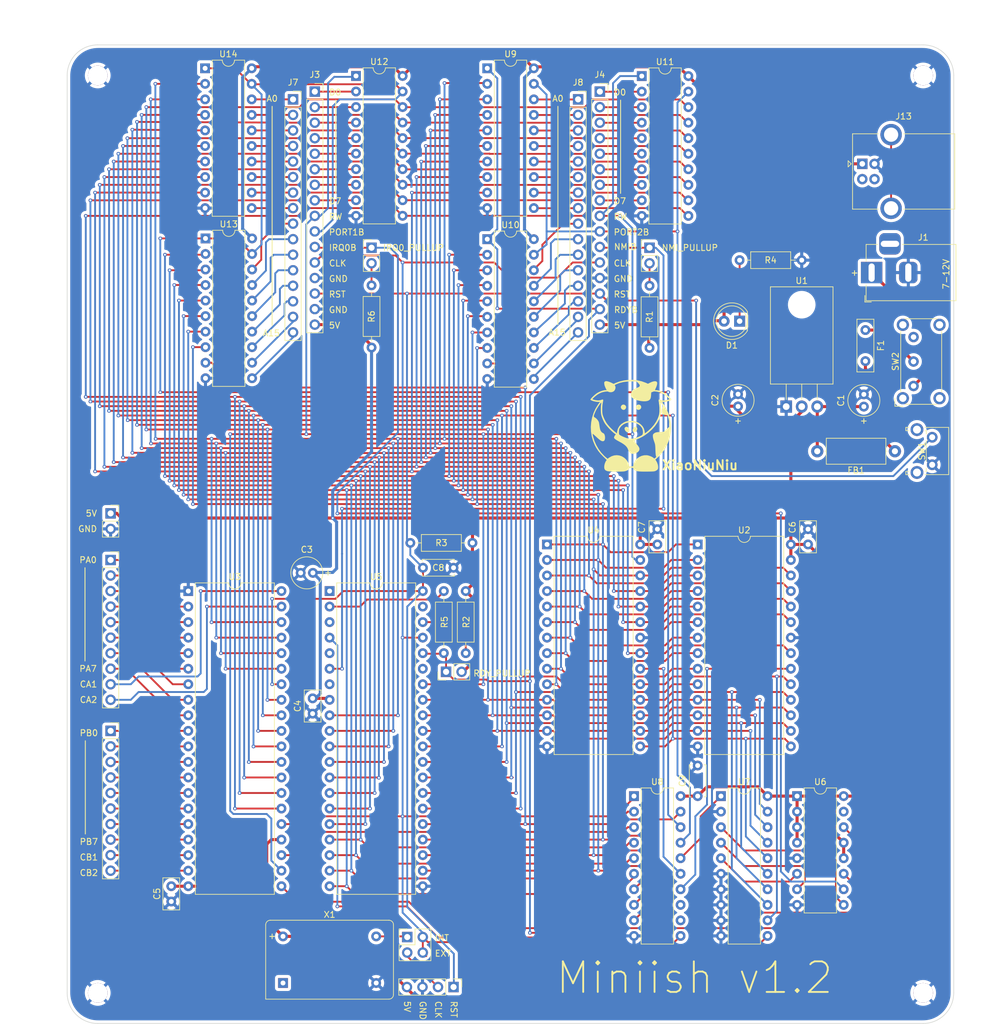
<source format=kicad_pcb>
(kicad_pcb (version 20201116) (generator pcbnew)
  (title_block (date "2020-10-17"))
  (layers (0 "F.Cu" mixed) (31 "B.Cu" mixed) (34 "B.Paste" user) (35 "F.Paste" user) (36 "B.SilkS" user "B.Silkscreen") (37 "F.SilkS" user "F.Silkscreen") (38 "B.Mask" user) (39 "F.Mask" user) (44 "Edge.Cuts" user))
  (net 0 "")
  (net 1 "GND")
  (net 2 "Net-(C1-Pad1)")
  (net 3 "+5V")
  (net 4 "Net-(D1-Pad1)")
  (net 5 "Net-(F1-Pad2)")
  (net 6 "Net-(F1-Pad1)")
  (net 7 "CA2")
  (net 8 "CA1")
  (net 9 "PA7")
  (net 10 "PA6")
  (net 11 "PA5")
  (net 12 "PA4")
  (net 13 "PA3")
  (net 14 "PA2")
  (net 15 "PA1")
  (net 16 "PA0")
  (net 17 "RESET")
  (net 18 "Net-(J1-Pad1)")
  (net 19 "/D7")
  (net 20 "/D6")
  (net 21 "/D5")
  (net 22 "/D4")
  (net 23 "/D3")
  (net 24 "/D2")
  (net 25 "/D1")
  (net 26 "/D0")
  (net 27 "CB2")
  (net 28 "CB1")
  (net 29 "PB7")
  (net 30 "PB6")
  (net 31 "PB5")
  (net 32 "PB4")
  (net 33 "PB3")
  (net 34 "PB2")
  (net 35 "PB1")
  (net 36 "PB0")
  (net 37 "/A14")
  (net 38 "/A13")
  (net 39 "/A12")
  (net 40 "/A11")
  (net 41 "/A10")
  (net 42 "/A9")
  (net 43 "/A8")
  (net 44 "/A7")
  (net 45 "/A6")
  (net 46 "/A5")
  (net 47 "/A4")
  (net 48 "/A3")
  (net 49 "/A2")
  (net 50 "/A1")
  (net 51 "/A0")
  (net 52 "ECLOCK")
  (net 53 "Net-(J9-Pad1)")
  (net 54 "IRQ0B")
  (net 55 "Net-(R2-Pad2)")
  (net 56 "/ROMCSB")
  (net 57 "/IOCSB")
  (net 58 "NMIB")
  (net 59 "/RAMCSB")
  (net 60 "RDYB")
  (net 61 "Net-(J7-Pad16)")
  (net 62 "Net-(J8-Pad16)")
  (net 63 "Net-(J12-Pad2)")
  (net 64 "Net-(J14-Pad2)")
  (net 65 "Net-(U6-Pad6)")
  (net 66 "Net-(U7-Pad1)")
  (net 67 "Net-(R5-Pad1)")
  (net 68 "/IRQ1B")
  (net 69 "/A15")
  (net 70 "Net-(J3-Pad8)")
  (net 71 "Net-(J3-Pad7)")
  (net 72 "Net-(J3-Pad6)")
  (net 73 "Net-(J3-Pad5)")
  (net 74 "Net-(J3-Pad4)")
  (net 75 "Net-(J3-Pad3)")
  (net 76 "Net-(J3-Pad2)")
  (net 77 "Net-(J3-Pad1)")
  (net 78 "Net-(J7-Pad15)")
  (net 79 "Net-(J7-Pad14)")
  (net 80 "Net-(J7-Pad12)")
  (net 81 "Net-(J7-Pad11)")
  (net 82 "Net-(J7-Pad10)")
  (net 83 "Net-(J7-Pad9)")
  (net 84 "Net-(J7-Pad8)")
  (net 85 "Net-(J7-Pad7)")
  (net 86 "Net-(J7-Pad6)")
  (net 87 "Net-(J7-Pad5)")
  (net 88 "Net-(J7-Pad4)")
  (net 89 "Net-(J7-Pad3)")
  (net 90 "Net-(J7-Pad2)")
  (net 91 "Net-(J7-Pad1)")
  (net 92 "/IRQB")
  (net 93 "Net-(J7-Pad13)")
  (net 94 "Net-(J4-Pad8)")
  (net 95 "Net-(J4-Pad7)")
  (net 96 "Net-(J4-Pad6)")
  (net 97 "Net-(J4-Pad5)")
  (net 98 "Net-(J4-Pad4)")
  (net 99 "Net-(J4-Pad3)")
  (net 100 "Net-(J4-Pad2)")
  (net 101 "Net-(J4-Pad1)")
  (net 102 "Net-(J8-Pad15)")
  (net 103 "Net-(J8-Pad14)")
  (net 104 "Net-(J8-Pad13)")
  (net 105 "Net-(J8-Pad11)")
  (net 106 "Net-(J8-Pad10)")
  (net 107 "Net-(J8-Pad9)")
  (net 108 "Net-(J8-Pad8)")
  (net 109 "Net-(J8-Pad7)")
  (net 110 "Net-(J8-Pad6)")
  (net 111 "Net-(J8-Pad5)")
  (net 112 "Net-(J8-Pad4)")
  (net 113 "Net-(J8-Pad3)")
  (net 114 "Net-(J8-Pad2)")
  (net 115 "Net-(J8-Pad1)")
  (net 116 "Net-(J8-Pad12)")
  (net 117 "/RW")
  (net 118 "/PORT1B")
  (net 119 "/CLOCK")
  (net 120 "/PORT2B")
  (net 121 "Net-(U6-Pad7)")
  (net 122 "Net-(U6-Pad9)")
  (net 123 "no_connect_125")
  (footprint "Package_DIP:DIP-20_W7.62mm" (layer "F.Cu") (at 91.821 56.769)
    (fp_text reference "U10")
    (fp_text value "74HC245")
  )
  (footprint "Connector_PinSocket_2.54mm:PinSocket_1x10_P2.54mm_Vertical" (layer "F.Cu") (at 30.225 137.16)
    (fp_text reference "J5")
    (fp_text value "I/O1")
  )
  (footprint "Package_DIP:DIP-40_W15.24mm" (layer "F.Cu") (at 42.925 114.3)
    (fp_text reference "U3")
    (fp_text value "WD65C22")
  )
  (footprint "Package_DIP:DIP-20_W7.62mm" (layer "F.Cu") (at 45.678775 28.829)
    (fp_text reference "U14")
    (fp_text value "74HC541")
  )
  (footprint "Connector_PinSocket_2.54mm:PinSocket_1x10_P2.54mm_Vertical" (layer "F.Cu") (at 30.225 109.22)
    (fp_text reference "J2")
    (fp_text value "I/O0")
  )
  (footprint "Package_DIP:DIP-28_W15.24mm" (layer "F.Cu") (at 101.6 106.68)
    (fp_text reference "U4")
    (fp_text value "AS6C62256")
  )
  (footprint "Oscillator:Oscillator_DIP-14" (layer "F.Cu") (at 58.42 178.383903)
    (fp_text reference "X1")
    (fp_text value "ACO-1MHz")
  )
  (footprint "Connector_PinSocket_2.54mm:PinSocket_1x16_P2.54mm_Vertical" (layer "F.Cu") (at 106.68 33.909)
    (fp_text reference "J8")
    (fp_text value "ISA11")
  )
  (footprint "Capacitor_THT:C_Radial_D5.0mm_H11.0mm_P2.00mm" (layer "F.Cu") (at 132.842 84.110689 90)
    (fp_text reference "C2")
    (fp_text value "22uF")
  )
  (footprint "Connector_PinSocket_2.54mm:PinSocket_1x16_P2.54mm_Vertical" (layer "F.Cu") (at 60.060157 33.909)
    (fp_text reference "J7")
    (fp_text value "ISA01")
  )
  (footprint "Capacitor_THT:C_Radial_D5.0mm_H11.0mm_P2.00mm" (layer "F.Cu") (at 153.416 84.142199 90)
    (fp_text reference "C1")
    (fp_text value "10uF")
  )
  (footprint "MountingHole:MountingHole_3.2mm_M3" (layer "F.Cu") (at 163.116157 180)
    (fp_text reference "H4")
    (fp_text value "MountingHole_Pad")
  )
  (footprint "Connector_PinHeader_2.54mm:PinHeader_1x02_P2.54mm_Vertical" (layer "F.Cu") (at 85.09 127.508 90)
    (fp_text reference "J11")
    (fp_text value "RDY_PULLUP")
  )
  (footprint "Resistor_THT:R_Axial_DIN0207_L6.3mm_D2.5mm_P10.16mm_Horizontal" (layer "F.Cu") (at 133.096 60.198)
    (fp_text reference "R4")
    (fp_text value "220")
  )
  (footprint "Package_DIP:DIP-20_W7.62mm" (layer "F.Cu") (at 45.741129 56.646652)
    (fp_text reference "U13")
    (fp_text value "74HC541")
  )
  (footprint "Logos:SmallCow" (layer "F.Cu") (at 115.316 87.249)
    (fp_text reference "XiaoNiuNiu")
    (fp_text value "LOGO" hide)
  )
  (footprint "Button_Switch_THT:SW_E-Switch_EG1224_SPDT_Angled" (layer "F.Cu") (at 161.544 80.772 90)
    (fp_text reference "SW2")
    (fp_text value "ON_OFF")
  )
  (footprint "Connector_PinHeader_2.54mm:PinHeader_1x02_P2.54mm_Vertical" (layer "F.Cu") (at 118.364 58.166)
    (fp_text reference "J12")
    (fp_text value "NMI_PULLUP")
  )
  (footprint "Resistor_THT:R_Axial_DIN0207_L6.3mm_D2.5mm_P10.16mm_Horizontal" (layer "F.Cu") (at 84.72 114.3 -90)
    (fp_text reference "R5")
    (fp_text value "10K")
  )
  (footprint "Package_DIP:DIP-20_W7.62mm" (layer "F.Cu") (at 117.094 30.099)
    (fp_text reference "U11")
    (fp_text value "74HC245")
  )
  (footprint "Connector_PinSocket_2.54mm:PinSocket_1x16_P2.54mm_Vertical" (layer "F.Cu") (at 63.619771 32.639)
    (fp_text reference "J3")
    (fp_text value "ISA00")
  )
  (footprint "Button_Switch_THT:SW_Tactile_SPST_Angled_PTS645Vx83-2LFS" (layer "F.Cu") (at 164.592 89.154 -90)
    (fp_text reference "SW1")
    (fp_text value "RESET_SW")
  )
  (footprint "Package_DIP:DIP-20_W7.62mm" (layer "F.Cu") (at 115.824 147.828)
    (fp_text reference "U8")
    (fp_text value "ATF16V8B")
  )
  (footprint "Connector_PinHeader_2.54mm:PinHeader_1x04_P2.54mm_Vertical" (layer "F.Cu") (at 86.31 179.044 -90)
    (fp_text reference "J6")
    (fp_text value "EXTRN_CLCK")
  )
  (footprint "Package_DIP:DIP-28_W15.24mm" (layer "F.Cu") (at 126.238 106.68)
    (fp_text reference "U2")
    (fp_text value "AT28C256")
  )
  (footprint "Capacitor_THT:C_Disc_D5.0mm_W2.5mm_P2.50mm" (layer "F.Cu") (at 144.289 106.68 90)
    (fp_text reference "C6")
    (fp_text value "100nF")
  )
  (footprint "MountingHole:MountingHole_3.2mm_M3" (layer "F.Cu") (at 28.116157 180)
    (fp_text reference "H3")
    (fp_text value "MountingHole_Pad")
  )
  (footprint "Capacitor_THT:C_Disc_D5.0mm_W2.5mm_P2.50mm" (layer "F.Cu") (at 40.148 162.56 -90)
    (fp_text reference "C5")
    (fp_text value "100nF")
  )
  (footprint "Package_TO_SOT_THT:TO-220-3_Horizontal_TabDown" (layer "F.Cu") (at 140.716 84.142199)
    (fp_text reference "U1")
    (fp_text value "AMS1117-5.0")
  )
  (footprint "Connector_PinSocket_2.54mm:PinSocket_1x16_P2.54mm_Vertical" (layer "F.Cu") (at 110.236 32.639)
    (fp_text reference "J4")
    (fp_text value "ISA10")
  )
  (footprint "Inductor_THT:L_Axial_L9.5mm_D4.0mm_P12.70mm_Horizontal_Fastron_SMCC" (layer "F.Cu") (at 158.496 91.44 180)
    (fp_text reference "FB1")
    (fp_text value "100 @ 100MHz")
  )
  (footprint "Capacitor_THT:C_Disc_D5.0mm_W2.5mm_P5.00mm" (layer "F.Cu") (at 81.31 110.493274)
    (fp_text reference "C8")
    (fp_text value "470nF")
  )
  (footprint "Capacitor_THT:C_Disc_D5.0mm_W2.5mm_P2.50mm" (layer "F.Cu") (at 119.651 106.68 90)
    (fp_text reference "C7")
    (fp_text value "100nF")
  )
  (footprint "Connector_USB:USB_B_OST_USB-B1HSxx_Horizontal" (layer "F.Cu") (at 153.162 44.45)
    (fp_text reference "J13")
    (fp_text value "USB_OTG")
  )
  (footprint "Resistor_THT:R_Box_L8.4mm_W2.5mm_P5.08mm" (layer "F.Cu") (at 153.67 71.628 -90)
    (fp_text reference "F1")
    (fp_text value "500mA")
  )
  (footprint "MountingHole:MountingHole_3.2mm_M3" (layer "F.Cu") (at 28.116157 30)
    (fp_text reference "H2")
    (fp_text value "MountingHole_Pad")
  )
  (footprint "Capacitor_THT:C_Disc_D5.0mm_W2.5mm_P2.50mm" (layer "F.Cu") (at 63.263 131.844 -90)
    (fp_text reference "C4")
    (fp_text value "100nF")
  )
  (footprint "Connector_BarrelJack:BarrelJack_Horizontal" (layer "F.Cu") (at 154.686 62.23 180)
    (fp_text reference "J1")
    (fp_text value "POWER")
  )
  (footprint "LED_THT:LED_D5.0mm" (layer "F.Cu") (at 133.096 70.172199 180)
    (fp_text reference "D1")
    (fp_text value "LED")
  )
  (footprint "Resistor_THT:R_Axial_DIN0207_L6.3mm_D2.5mm_P10.16mm_Horizontal" (layer "F.Cu") (at 72.898 64.324359 -90)
    (fp_text reference "R6")
    (fp_text value "10K")
  )
  (footprint "Connector_PinSocket_2.54mm:PinSocket_1x02_P2.54mm_Vertical" (layer "F.Cu") (at 30.225 101.6)
    (fp_text reference "J10")
    (fp_text value "I/O_PWR")
  )
  (footprint "Package_DIP:DIP-20_W7.62mm" (layer "F.Cu") (at 70.359853 30.083285)
    (fp_text reference "U12")
    (fp_text value "74HC245")
  )
  (footprint "Resistor_THT:R_Axial_DIN0207_L6.3mm_D2.5mm_P10.16mm_Horizontal" (layer "F.Cu") (at 88.31 114.3 -90)
    (fp_text reference "R2")
    (fp_text value "10K")
  )
  (footprint "MountingHole:MountingHole_3.2mm_M3" (layer "F.Cu") (at 163.116157 30)
    (fp_text reference "H1")
    (fp_text value "MountingHole_Pad")
  )
  (footprint "Package_DIP:DIP-20_W7.62mm" (layer "F.Cu") (at 91.821 28.829)
    (fp_text reference "U9")
    (fp_text value "74HC245")
  )
  (footprint "Connector_PinHeader_2.54mm:PinHeader_2x02_P2.54mm_Vertical" (layer "F.Cu") (at 78.74 170.873112)
    (fp_text reference "J9")
    (fp_text value "Conn_02x02_Odd_Even")
  )
  (footprint "Connector_PinHeader_2.54mm:PinHeader_1x02_P2.54mm_Vertical" (layer "F.Cu") (at 72.898 58.166)
    (fp_text reference "J14")
    (fp_text value "IRQ0_PULLUP")
  )
  (footprint "Capacitor_THT:C_Radial_D5.0mm_H11.0mm_P2.00mm" (layer "F.Cu") (at 63.31 111.326341 180)
    (fp_text reference "C3")
    (fp_text value "10uF")
  )
  (footprint "Resistor_THT:R_Axial_DIN0207_L6.3mm_D2.5mm_P10.16mm_Horizontal" (layer "F.Cu") (at 118.364 64.383133 -90)
    (fp_text reference "R1")
    (fp_text value "10K")
  )
  (footprint "Resistor_THT:R_Axial_DIN0207_L6.3mm_D2.5mm_P10.16mm_Horizontal" (layer "F.Cu") (at 89.402185 106.426 180)
    (fp_text reference "R3")
    (fp_text value "10K")
  )
  (footprint "Capacitor_THT:C_Disc_D5.0mm_W2.5mm_P5.00mm" (layer "F.Cu") (at 126.238 147.828 90)
    (fp_text reference "C9")
    (fp_text value "220nF")
  )
  (footprint "Package_DIP:DIP-40_W15.24mm" (layer "F.Cu") (at 66.04 114.3)
    (fp_text reference "U5")
    (fp_text value "WD65C02")
  )
  (footprint "Package_DIP:DIP-20_W7.62mm" (layer "F.Cu") (at 130.048 147.828)
    (fp_text reference "U7")
    (fp_text value "74HC574")
  )
  (footprint "Package_DIP:DIP-16_W7.62mm" (layer "F.Cu") (at 142.494 147.828)
    (fp_text reference "U6")
    (fp_text value "74HC148")
  )
  (gr_line (start 26.030572 110.49) (end 26.030572 125.73) (layer "F.SilkS") (width 0.15))
  (gr_line (start 56.642 35.052) (end 56.642 70.866) (layer "F.SilkS") (width 0.15))
  (gr_line (start 113.633143 34.036) (end 113.633143 49.276) (layer "F.SilkS") (width 0.15))
  (gr_line (start 103.378 35.052) (end 103.378 70.739) (layer "F.SilkS") (width 0.15))
  (gr_line (start 67.056 34.036) (end 67.056 49.276) (layer "F.SilkS") (width 0.15))
  (gr_line (start 26.090572 138.78) (end 26.090572 154.02) (layer "F.SilkS") (width 0.15))
  (gr_line (start 168.116157 30) (end 168.116157 180) (layer "Edge.Cuts") (width 0.1))
  (gr_arc (start 163.116157 30) (end 168.116157 30) (angle -90) (layer "Edge.Cuts") (width 0.1))
  (gr_line (start 23.116157 180) (end 23.116157 30) (layer "Edge.Cuts") (width 0.1))
  (gr_line (start 28.116157 25) (end 163.116157 25) (layer "Edge.Cuts") (width 0.1))
  (gr_line (start 163.116157 185) (end 28.116157 185) (layer "Edge.Cuts") (width 0.1))
  (gr_arc (start 163.116157 180) (end 168.116157 180) (angle 90) (layer "Edge.Cuts") (width 0.1))
  (gr_arc (start 28.116157 30) (end 23.116157 30) (angle 90) (layer "Edge.Cuts") (width 0.1))
  (gr_arc (start 28.116157 180) (end 28.116157 185) (angle 90) (layer "Edge.Cuts") (width 0.1))
  (gr_text "PORT1B" (at 68.834 55.626) (layer "F.SilkS") (effects (font (size 1 1))))
  (gr_text "5V" (at 66.8528 70.866) (layer "F.SilkS") (effects (font (size 1 1))))
  (gr_text "Miniish v1.2" (at 125.73 177.546) (layer "F.SilkS") (effects (font (size 5 5) (thickness 0.3))))
  (gr_text "5V" (at 113.4872 70.866) (layer "F.SilkS") (effects (font (size 1 1))))
  (gr_text "PB7" (at 26.67 155.29) (layer "F.SilkS") (effects (font (size 1 1))))
  (gr_text "EXT" (at 84.582 173.557903) (layer "F.SilkS") (effects (font (size 1 1))))
  (gr_text "5V" (at 78.74 182.249522 270) (layer "F.SilkS") (effects (font (size 1 1))))
  (gr_text "D0" (at 113.538 32.766) (layer "F.SilkS") (effects (font (size 1 1))))
  (gr_text "+" (at 153.416 86.428699) (layer "F.SilkS") (effects (font (size 1 1))))
  (gr_text "PORT2B" (at 115.411143 55.626) (layer "F.SilkS") (effects (font (size 1 1))))
  (gr_text "A15" (at 56.515 72.136) (layer "F.SilkS") (effects (font (size 1 1))))
  (gr_text "GND" (at 67.476857 63.246) (layer "F.SilkS") (effects (font (size 1 1))))
  (gr_text "+" (at 65.786 111.252) (layer "F.SilkS") (effects (font (size 1 1))))
  (gr_text "PB0" (at 26.67 137.51) (layer "F.SilkS") (effects (font (size 1 1))))
  (gr_text "GND" (at 114.054 63.246) (layer "F.SilkS") (effects (font (size 1 1))))
  (gr_text "A0" (at 56.642 33.782) (layer "F.SilkS") (effects (font (size 1 1))))
  (gr_text "CLK" (at 67.35781 60.706) (layer "F.SilkS") (effects (font (size 1 1))))
  (gr_text "D7" (at 113.538 50.546) (layer "F.SilkS") (effects (font (size 1 1))))
  (gr_text "CA1" (at 26.61 129.54) (layer "F.SilkS") (effects (font (size 1 1))))
  (gr_text "+" (at 132.842 86.428699) (layer "F.SilkS") (effects (font (size 1 1))))
  (gr_text "PA0" (at 26.538572 109.22) (layer "F.SilkS") (effects (font (size 1 1))))
  (gr_text "D7" (at 66.960857 50.546) (layer "F.SilkS") (effects (font (size 1 1))))
  (gr_text "INT" (at 84.415333 171.017903) (layer "F.SilkS") (effects (font (size 1 1))))
  (gr_text "RW" (at 113.601619 53.086) (layer "F.SilkS") (effects (font (size 1 1))))
  (gr_text "CB2" (at 26.67 160.37) (layer "F.SilkS") (effects (font (size 1 1))))
  (gr_text "GND" (at 67.4624 68.326) (layer "F.SilkS") (effects (font (size 1 1))))
  (gr_text "RST" (at 86.36 182.701903 270) (layer "F.SilkS") (effects (font (size 1 1))))
  (gr_text "CLK" (at 83.82 182.749522 270) (layer "F.SilkS") (effects (font (size 1 1))))
  (gr_text "RDYB" (at 114.5032 68.326) (layer "F.SilkS") (effects (font (size 1 1))))
  (gr_text "CA2" (at 26.61 132.08) (layer "F.SilkS") (effects (font (size 1 1))))
  (gr_text "CLK" (at 113.934953 60.706) (layer "F.SilkS") (effects (font (size 1 1))))
  (gr_text "7-12V" (at 166.878 62.484 90) (layer "F.SilkS") (effects (font (size 1 1))))
  (gr_text "GND" (at 26.46 104.14) (layer "F.SilkS") (effects (font (size 1 1))))
  (gr_text "GND" (at 81.28 182.868569 270) (layer "F.SilkS") (effects (font (size 1 1))))
  (gr_text "CB1" (at 26.67 157.83) (layer "F.SilkS") (effects (font (size 1 1))))
  (gr_text "+" (at 151.892 62.23) (layer "F.SilkS") (effects (font (size 1 1))))
  (gr_text "PA7" (at 26.538572 127) (layer "F.SilkS") (effects (font (size 1 1))))
  (gr_text "A0" (at 103.378 33.782) (layer "F.SilkS") (effects (font (size 1 1))))
  (gr_text "A15" (at 103.251 72.009) (layer "F.SilkS") (effects (font (size 1 1))))
  (gr_text "D0" (at 66.960857 32.766) (layer "F.SilkS") (effects (font (size 1 1))))
  (gr_text "IRQ0B" (at 68.191143 58.166) (layer "F.SilkS") (effects (font (size 1 1))))
  (gr_text "RW" (at 67.024476 53.086) (layer "F.SilkS") (effects (font (size 1 1))))
  (gr_text "5V" (at 27.079048 101.6) (layer "F.SilkS") (effects (font (size 1 1))))
  (gr_text "+" (at 56.642 170.688) (layer "F.SilkS") (effects (font (size 1 1))))
  (gr_text "RST" (at 67.310191 65.786) (layer "F.SilkS") (effects (font (size 1 1))))
  (gr_text "RST" (at 113.887334 65.786) (layer "F.SilkS") (effects (font (size 1 1))))
  (gr_text "NMIB" (at 114.396996 58.023285) (layer "F.SilkS") (effects (font (size 1 1))))
  (segment (start 145.796 84.142199) (end 153.416 84.142199) (width 0.5) (layer "F.Cu") (net 2))
  (segment (start 145.796 84.142199) (end 145.796 91.44) (width 0.5) (layer "F.Cu") (net 2))
  (segment (start 77.979853 30.083285) (end 81.012138 27.051) (width 0.5) (layer "F.Cu") (net 3))
  (segment (start 52.74152 28.973999) (end 53.140519 28.575) (width 0.5) (layer "F.Cu") (net 3))
  (segment (start 148.59 147.828) (end 150.114 147.828) (width 0.5) (layer "F.Cu") (net 3))
  (segment (start 126.238 147.828) (end 127.762 146.304) (width 0.5) (layer "F.Cu") (net 3))
  (segment (start 63.263 131.844) (end 65.804 131.844) (width 0.5) (layer "F.Cu") (net 3))
  (segment (start 72.898 74.168) (end 69.469 70.739) (width 0.5) (layer "F.Cu") (net 3))
  (segment (start 150.114 147.828) (end 153.416 147.828) (width 0.5) (layer "F.Cu") (net 3))
  (segment (start 141.536801 86.682199) (end 143.256 84.963) (width 0.5) (layer "F.Cu") (net 3))
  (segment (start 127.254 81.788) (end 127.254 70.739) (width 0.5) (layer "F.Cu") (net 3))
  (segment (start 81.026 181.61) (end 78.74 179.324) (width 0.5) (layer "F.Cu") (net 3))
  (segment (start 141.351 102.362) (end 141.478 102.235) (width 0.5) (layer "F.Cu") (net 3))
  (segment (start 88.31 114.3) (end 89.402185 113.207815) (width 0.5) (layer "F.Cu") (net 3))
  (segment (start 141.478 102.235) (end 141.478 86.741) (width 0.5) (layer "F.Cu") (net 3))
  (segment (start 116.84 102.362) (end 127.254 102.362) (width 0.5) (layer "F.Cu") (net 3))
  (segment (start 78.74 179.324) (end 70.358 170.763903) (width 0.5) (layer "F.Cu") (net 3))
  (segment (start 143.256 84.963) (end 143.256 84.142199) (width 0.5) (layer "F.Cu") (net 3))
  (segment (start 127.889 70.104) (end 127.254 70.739) (width 0.5) (layer "F.Cu") (net 3))
  (segment (start 150.114 155.448) (end 148.59 153.924) (width 0.5) (layer "F.Cu") (net 3))
  (segment (start 56.515 154.94) (end 58.165 154.94) (width 0.5) (layer "F.Cu") (net 3))
  (segment (start 89.408 102.362) (end 89.408 106.420185) (width 0.5) (layer "F.Cu") (net 3))
  (segment (start 32.004 102.362) (end 31.242 101.6) (width 0.5) (layer "F.Cu") (net 3))
  (segment (start 123.444 147.828) (end 126.238 147.828) (width 0.5) (layer "F.Cu") (net 3))
  (segment (start 116.84 106.68) (end 119.651 106.68) (width 0.5) (layer "F.Cu") (net 3))
  (segment (start 150.114 155.448) (end 150.114 157.988) (width 0.5) (layer "F.Cu") (net 3))
  (segment (start 132.842 84.110689) (end 132.842 84.836) (width 0.5) (layer "F.Cu") (net 3))
  (segment (start 89.916 125.476) (end 89.916 115.906) (width 0.5) (layer "F.Cu") (net 3))
  (segment (start 142.494 147.828) (end 142.494 150.368) (width 0.5) (layer "F.Cu") (net 3))
  (segment (start 144.289 106.68) (end 153.416 115.807) (width 0.5) (layer "F.Cu") (net 3))
  (segment (start 123.078715 28.590715) (end 124.714 30.099) (width 0.5) (layer "F.Cu") (net 3))
  (segment (start 110.236 70.739) (end 118.237 70.739) (width 0.5) (layer "F.Cu") (net 3))
  (segment (start 116.84 106.68) (end 116.84 102.362) (width 0.5) (layer "F.Cu") (net 3))
  (segment (start 130.556 66.548) (end 130.556 70.172199) (width 0.5) (layer "F.Cu") (net 3))
  (segment (start 134.688199 86.682199) (end 141.536801 86.682199) (width 0.5) (layer "F.Cu") (net 3))
  (segment (start 137.668 147.828) (end 142.494 147.828) (width 0.5) (layer "F.Cu") (net 3))
  (segment (start 66.548 102.362) (end 89.408 102.362) (width 0.5) (layer "F.Cu") (net 3))
  (segment (start 142.494 155.448) (end 142.494 152.908) (width 0.5) (layer "F.Cu") (net 3))
  (segment (start 55.753 162.56) (end 55.753 168.096903) (width 0.5) (layer "F.Cu") (net 3))
  (segment (start 148.59 153.924) (end 148.59 147.828) (width 0.5) (layer "F.Cu") (net 3))
  (segment (start 128.524 64.516) (end 128.524 33.909) (width 0.5) (layer "F.Cu") (net 3))
  (segment (start 40.148 162.56) (end 42.925 162.56) (width 0.5) (layer "F.Cu") (net 3))
  (segment (start 153.162 44.45) (end 128.524 44.45) (width 0.5) (layer "F.Cu") (net 3))
  (segment (start 81.012138 27.051) (end 97.663 27.051) (width 0.5) (layer "F.Cu") (net 3))
  (segment (start 118.237 74.416133) (end 118.237 70.739) (width 0.5) (layer "F.Cu") (net 3))
  (segment (start 53.140519 28.575) (end 76.471568 28.575) (width 0.5) (layer "F.Cu") (net 3))
  (segment (start 153.416 115.807) (end 153.416 147.828) (width 0.5) (layer "F.Cu") (net 3))
  (segment (start 66.548 102.362) (end 32.004 102.362) (width 0.5) (layer "F.Cu") (net 3))
  (segment (start 132.805311 84.074) (end 129.54 84.074) (width 0.5) (layer "F.Cu") (net 3))
  (segment (start 89.402185 113.207815) (end 89.402185 106.426) (width 0.5) (layer "F.Cu") (net 3))
  (segment (start 55.753 162.56) (end 55.753 155.702) (width 0.5) (layer "F.Cu") (net 3))
  (segment (start 141.478 106.68) (end 144.289 106.68) (width 0.5) (layer "F.Cu") (net 3))
  (segment (start 153.416 179.324) (end 151.13 181.61) (width 0.5) (layer "F.Cu") (net 3))
  (segment (start 99.747666 28.590715) (end 123.078715 28.590715) (width 0.5) (layer "F.Cu") (net 3))
  (segment (start 118.237 70.739) (end 127.254 70.739) (width 0.5) (layer "F.Cu") (net 3))
  (segment (start 141.478 106.68) (end 141.478 109.22) (width 0.5) (layer "F.Cu") (net 3))
  (segment (start 142.494 150.368) (end 142.494 152.908) (width 0.5) (layer "F.Cu") (net 3))
  (segment (start 87.884 127.508) (end 89.916 125.476) (width 0.5) (layer "F.Cu") (net 3))
  (segment (start 141.478 86.741) (end 141.536801 86.682199) (width 0.5) (layer "F.Cu") (net 3))
  (segment (start 55.753 168.096903) (end 58.42 170.763903) (width 0.5) (layer "F.Cu") (net 3))
  (segment (start 132.842 84.836) (end 134.688199 86.682199) (width 0.5) (layer "F.Cu") (net 3))
  (segment (start 89.916 115.906) (end 88.31 114.3) (width 0.5) (layer "F.Cu") (net 3))
  (segment (start 130.487801 70.104) (end 127.889 70.104) (width 0.5) (layer "F.Cu") (net 3))
  (segment (start 55.753 155.702) (end 56.515 154.94) (width 0.5) (layer "F.Cu") (net 3))
  (segment (start 153.416 147.828) (end 153.416 179.324) (width 0.5) (layer "F.Cu") (net 3))
  (segment (start 116.84 102.362) (end 89.408 102.362) (width 0.5) (layer "F.Cu") (net 3))
  (segment (start 76.471568 28.575) (end 77.979853 30.083285) (width 0.5) (layer "F.Cu") (net 3))
  (segment (start 129.54 84.074) (end 127.254 81.788) (width 0.5) (layer "F.Cu") (net 3))
  (segment (start 97.663 27.051) (end 99.441 28.829) (width 0.5) (layer "F.Cu") (net 3))
  (segment (start 142.494 147.828) (end 148.59 147.828) (width 0.5) (layer "F.Cu") (net 3))
  (segment (start 124.714 30.099) (end 128.524 33.909) (width 0.5) (layer "F.Cu") (net 3))
  (segment (start 136.144 146.304) (end 137.668 147.828) (width 0.5) (layer "F.Cu") (net 3))
  (segment (start 69.469 70.739) (end 63.619771 70.739) (width 0.5) (layer "F.Cu") (net 3))
  (segment (start 127.762 146.304) (end 136.144 146.304) (width 0.5) (layer "F.Cu") (net 3))
  (segment (start 31.242 101.6) (end 30.225 101.6) (width 0.5) (layer "F.Cu") (net 3))
  (segment (start 127.254 102.362) (end 141.351 102.362) (width 0.5) (layer "F.Cu") (net 3))
  (segment (start 42.925 162.56) (end 55.753 162.56) (width 0.5) (layer "F.Cu") (net 3))
  (segment (start 151.13 181.61) (end 81.026 181.61) (width 0.5) (layer "F.Cu") (net 3))
  (segment (start 141.478 106.68) (end 141.478 102.235) (width 0.5) (layer "F.Cu") (net 3))
  (segment (start 70.358 170.763903) (end 58.42 170.763903) (width 0.5) (layer "F.Cu") (net 3))
  (segment (start 128.524 64.516) (end 130.556 66.548) (width 0.5) (layer "F.Cu") (net 3))
  (via (at 66.548 102.362) (size 0.6) (drill 0.3) (layers "F.Cu" "B.Cu") (net 3))
  (segment (start 53.298775 28.829) (end 51.816 30.311775) (width 0.5) (layer "B.Cu") (net 3))
  (segment (start 66.548 102.362) (end 67.183 102.997) (width 0.5) (layer "B.Cu") (net 3))
  (segment (start 67.183 110.617) (end 66.548 111.252) (width 0.5) (layer "B.Cu") (net 3))
  (segment (start 97.917 30.353) (end 97.917 55.245) (width 0.5) (layer "B.Cu") (net 3))
  (segment (start 64.516 131.081) (end 64.516 112.532341) (width 0.5) (layer "B.Cu") (net 3))
  (segment (start 63.31 111.326341) (end 64.516 112.532341) (width 0.5) (layer "B.Cu") (net 3))
  (segment (start 66.548 97.8916) (end 72.898 91.5416) (width 0.5) (layer "B.Cu") (net 3))
  (segment (start 51.816 55.101523) (end 53.361129 56.646652) (width 0.5) (layer "B.Cu") (net 3))
  (segment (start 63.31 132.287) (end 64.516 131.081) (width 0.5) (layer "B.Cu") (net 3))
  (segment (start 66.548 111.252) (end 63.384341 111.252) (width 0.5) (layer "B.Cu") (net 3))
  (segment (start 66.548 102.362) (end 66.548 97.8916) (width 0.5) (layer "B.Cu") (net 3))
  (segment (start 97.917 55.245) (end 99.441 56.769) (width 0.5) (layer "B.Cu") (net 3))
  (segment (start 51.816 30.311775) (end 51.816 55.101523) (width 0.5) (layer "B.Cu") (net 3))
  (segment (start 72.898 91.5416) (end 72.898 74.484359) (width 0.5) (layer "B.Cu") (net 3))
  (segment (start 99.441 28.829) (end 97.917 30.353) (width 0.5) (layer "B.Cu") (net 3))
  (segment (start 67.183 102.997) (end 67.183 110.617) (width 0.5) (layer "B.Cu") (net 3))
  (segment (start 133.096 60.198) (end 133.096 70.120732) (width 0.3) (layer "F.Cu") (net 4))
  (segment (start 153.67 76.708) (end 153.67 77.978) (width 0.5) (layer "F.Cu") (net 5))
  (segment (start 157.226 81.534) (end 157.226 90.17) (width 0.5) (layer "F.Cu") (net 5))
  (segment (start 153.67 77.978) (end 157.226 81.534) (width 0.5) (layer "F.Cu") (net 5))
  (segment (start 157.226 90.17) (end 158.496 91.44) (width 0.5) (layer "F.Cu") (net 5))
  (segment (start 161.544 76.772) (end 156.4 71.628) (width 0.5) (layer "F.Cu") (net 6))
  (segment (start 156.4 71.628) (end 153.67 71.628) (width 0.5) (layer "F.Cu") (net 6))
  (segment (start 45.974 116.84) (end 58.165 116.84) (width 0.3) (layer "F.Cu") (net 7))
  (via (at 45.974 116.84) (size 0.6) (drill 0.3) (layers "F.Cu" "B.Cu") (net 7))
  (segment (start 34.798 130.81) (end 33.528 132.08) (width 0.3) (layer "B.Cu") (net 7))
  (segment (start 34.798 130.81) (end 45.466 130.81) (width 0.3) (layer "B.Cu") (net 7))
  (segment (start 45.974 116.84) (end 45.974 130.302) (width 0.3) (layer "B.Cu") (net 7))
  (segment (start 45.974 130.302) (end 45.466 130.81) (width 0.3) (layer "B.Cu") (net 7))
  (segment (start 33.528 132.08) (end 30.225 132.08) (width 0.3) (layer "B.Cu") (net 7))
  (segment (start 44.958 114.3) (end 58.165 114.3) (width 0.3) (layer "F.Cu") (net 8))
  (via (at 44.958 114.3) (size 0.6) (drill 0.3) (layers "F.Cu" "B.Cu") (net 8))
  (segment (start 44.958 127.762) (end 44.45 128.27) (width 0.3) (layer "B.Cu") (net 8))
  (segment (start 44.45 128.27) (end 34.798 128.27) (width 0.3) (layer "B.Cu") (net 8))
  (segment (start 30.225 129.54) (end 33.528 129.54) (width 0.3) (layer "B.Cu") (net 8))
  (segment (start 44.958 114.3) (end 44.958 127.762) (width 0.3) (layer "B.Cu") (net 8))
  (segment (start 34.798 128.27) (end 33.528 129.54) (width 0.3) (layer "B.Cu") (net 8))
  (segment (start 32.765 127) (end 40.385 134.62) (width 0.3) (layer "F.Cu") (net 9))
  (segment (start 30.225 127) (end 32.765 127) (width 0.3) (layer "F.Cu") (net 9))
  (segment (start 40.385 134.62) (end 42.925 134.62) (width 0.3) (layer "F.Cu") (net 9))
  (segment (start 40.385 132.08) (end 42.925 132.08) (width 0.3) (layer "F.Cu") (net 10))
  (segment (start 30.225 124.46) (end 32.765 124.46) (width 0.3) (layer "F.Cu") (net 10))
  (segment (start 40.385 132.08) (end 32.765 124.46) (width 0.3) (layer "F.Cu") (net 10))
  (segment (start 40.385 129.54) (end 32.765 121.92) (width 0.3) (layer "F.Cu") (net 11))
  (segment (start 32.765 121.92) (end 30.225 121.92) (width 0.3) (layer "F.Cu") (net 11))
  (segment (start 40.385 129.54) (end 42.925 129.54) (width 0.3) (layer "F.Cu") (net 11))
  (segment (start 40.385 127) (end 32.765 119.38) (width 0.3) (layer "F.Cu") (net 12))
  (segment (start 32.765 119.38) (end 30.225 119.38) (width 0.3) (layer "F.Cu") (net 12))
  (segment (start 40.385 127) (end 42.925 127) (width 0.3) (layer "F.Cu") (net 12))
  (segment (start 40.385 124.46) (end 42.925 124.46) (width 0.3) (layer "F.Cu") (net 13))
  (segment (start 40.385 124.46) (end 32.765 116.84) (width 0.3) (layer "F.Cu") (net 13))
  (segment (start 32.765 116.84) (end 30.225 116.84) (width 0.3) (layer "F.Cu") (net 13))
  (segment (start 40.385 121.92) (end 32.765 114.3) (width 0.3) (layer "F.Cu") (net 14))
  (segment (start 40.385 121.92) (end 42.925 121.92) (width 0.3) (layer "F.Cu") (net 14))
  (segment (start 32.765 114.3) (end 30.225 114.3) (width 0.3) (layer "F.Cu") (net 14))
  (segment (start 40.385 119.38) (end 32.765 111.76) (width 0.3) (layer "F.Cu") (net 15))
  (segment (start 40.385 119.38) (end 42.925 119.38) (width 0.3) (layer "F.Cu") (net 15))
  (segment (start 32.765 111.76) (end 30.225 111.76) (width 0.3) (layer "F.Cu") (net 15))
  (segment (start 40.766 116.84) (end 42.925 116.84) (width 0.3) (layer "F.Cu") (net 16))
  (segment (start 40.766 116.84) (end 33.146 109.22) (width 0.3) (layer "F.Cu") (net 16))
  (segment (start 33.146 109.22) (end 30.225 109.22) (width 0.3) (layer "F.Cu") (net 16))
  (segment (start 78.695 65.659) (end 110.236 65.659) (width 0.3) (layer "F.Cu") (net 17))
  (segment (start 63.619771 65.659) (end 78.695 65.659) (width 0.3) (layer "F.Cu") (net 17))
  (segment (start 111.379 66.802) (end 110.236 65.659) (width 0.3) (layer "F.Cu") (net 17))
  (segment (start 68.270002 114.3) (end 81.28 114.3) (width 0.3) (layer "F.Cu") (net 17))
  (segment (start 67.000002 115.57) (end 68.270002 114.3) (width 0.3) (layer "F.Cu") (net 17))
  (segment (start 81.31 114.27) (end 81.31 110.493274) (width 0.3) (layer "F.Cu") (net 17))
  (segment (start 58.165 129.54) (end 56.641 129.54) (width 0.3) (layer "F.Cu") (net 17))
  (segment (start 125.984 66.802) (end 111.379 66.802) (width 0.3) (layer "F.Cu") (net 17))
  (segment (start 56.642 115.57) (end 67.000002 115.57) (width 0.3) (layer "F.Cu") (net 17))
  (via (at 125.984 66.802) (size 0.6) (drill 0.3) (layers "F.Cu" "B.Cu") (net 17))
  (via (at 56.642 115.57) (size 0.6) (drill 0.3) (layers "F.Cu" "B.Cu") (net 17))
  (via (at 56.641 129.54) (size 0.6) (drill 0.3) (layers "F.Cu" "B.Cu") (net 17))
  (via (at 78.695 65.659) (size 0.6) (drill 0.3) (layers "F.Cu" "B.Cu") (net 17))
  (segment (start 86.36 179.324) (end 86.36 173.609) (width 0.3) (layer "B.Cu") (net 17))
  (segment (start 56.642 115.57) (end 56.641 129.54) (width 0.3) (layer "B.Cu") (net 17))
  (segment (start 86.36 173.609) (end 78.74 165.989) (width 0.3) (layer "B.Cu") (net 17))
  (segment (start 128.524 95.504) (end 158.242 95.504) (width 0.3) (layer "B.Cu") (net 17))
  (segment (start 78.695 105.878815) (end 79.242185 106.426) (width 0.3) (layer "B.Cu") (net 17))
  (segment (start 78.695 65.659) (end 78.695 105.878815) (width 0.3) (layer "B.Cu") (net 17))
  (segment (start 158.242 95.504) (end 164.592 89.154) (width 0.3) (layer "B.Cu") (net 17))
  (segment (start 79.242185 108.425459) (end 81.31 110.493274) (width 0.3) (layer "B.Cu") (net 17))
  (segment (start 78.74 165.989) (end 78.74 116.84) (width 0.3) (layer "B.Cu") (net 17))
  (segment (start 125.984 66.802) (end 125.984 92.964) (width 0.3) (layer "B.Cu") (net 17))
  (segment (start 125.984 92.964) (end 128.524 95.504) (width 0.3) (layer "B.Cu") (net 17))
  (segment (start 78.74 116.84) (end 81.28 114.3) (width 0.3) (layer "B.Cu") (net 17))
  (segment (start 79.242185 106.426) (end 79.242185 108.425459) (width 0.3) (layer "B.Cu") (net 17))
  (segment (start 163.322 70.866) (end 163.322 78.994) (width 0.5) (layer "F.Cu") (net 18))
  (segment (start 163.322 78.994) (end 161.544 80.772) (width 0.5) (layer "F.Cu") (net 18))
  (segment (start 154.686 62.23) (end 163.322 70.866) (width 0.5) (layer "F.Cu") (net 18))
  (segment (start 76.725568 51.689) (end 77.979853 52.943285) (width 0.3) (layer "F.Cu") (net 19))
  (segment (start 108.743372 51.689) (end 123.317 51.689) (width 0.3) (layer "F.Cu") (net 19))
  (segment (start 81.28 149.86) (end 97.282 149.86) (width 0.3) (layer "F.Cu") (net 19))
  (segment (start 140.208 128.27) (end 141.478 129.54) (width 0.3) (layer "F.Cu") (net 19))
  (segment (start 60.85051 52.959) (end 62.12051 51.689) (width 0.3) (layer "F.Cu") (net 19))
  (segment (start 122.173 128.27) (end 140.208 128.27) (width 0.3) (layer "F.Cu") (net 19))
  (segment (start 50.56 82.55) (end 26.162 82.55) (width 0.3) (layer "F.Cu") (net 19))
  (segment (start 62.12051 51.689) (end 76.725568 51.689) (width 0.3) (layer "F.Cu") (net 19))
  (segment (start 97.282 128.27) (end 103.124 128.27) (width 0.3) (layer "F.Cu") (net 19))
  (segment (start 104.394 129.54) (end 120.903 129.54) (width 0.3) (layer "F.Cu") (net 19))
  (segment (start 123.317 51.689) (end 124.587 52.959) (width 0.3) (layer "F.Cu") (net 19))
  (segment (start 58.165 149.86) (end 50.56 149.86) (width 0.3) (layer "F.Cu") (net 19))
  (segment (start 107.426227 52.943285) (end 107.457657 52.974715) (width 0.3) (layer "F.Cu") (net 19))
  (segment (start 77.979853 52.943285) (end 107.426227 52.943285) (width 0.3) (layer "F.Cu") (net 19))
  (segment (start 107.457657 52.974715) (end 108.743372 51.689) (width 0.3) (layer "F.Cu") (net 19))
  (segment (start 26.162 52.959) (end 60.85051 52.959) (width 0.3) (layer "F.Cu") (net 19))
  (segment (start 97.282 82.55) (end 50.56 82.55) (width 0.3) (layer "F.Cu") (net 19))
  (segment (start 120.903 129.54) (end 122.173 128.27) (width 0.3) (layer "F.Cu") (net 19))
  (segment (start 103.124 128.27) (end 104.394 129.54) (width 0.3) (layer "F.Cu") (net 19))
  (via (at 97.282 149.86) (size 0.6) (drill 0.3) (layers "F.Cu" "B.Cu") (net 19))
  (via (at 26.162 52.959) (size 0.6) (drill 0.3) (layers "F.Cu" "B.Cu") (net 19))
  (via (at 26.162 82.55) (size 0.6) (drill 0.3) (layers "F.Cu" "B.Cu") (net 19))
  (via (at 97.282 82.55) (size 0.6) (drill 0.3) (layers "F.Cu" "B.Cu") (net 19))
  (via (at 97.282 128.27) (size 0.6) (drill 0.3) (layers "F.Cu" "B.Cu") (net 19))
  (via (at 50.56 149.86) (size 0.6) (drill 0.3) (layers "F.Cu" "B.Cu") (net 19))
  (via (at 139.192 128.27) (size 0.6) (drill 0.3) (layers "F.Cu" "B.Cu") (net 19))
  (via (at 50.56 82.55) (size 0.6) (drill 0.3) (layers "F.Cu" "B.Cu") (net 19))
  (segment (start 139.192 128.27) (end 139.192 166.624) (width 0.3) (layer "B.Cu") (net 19))
  (segment (start 97.282 82.55) (end 97.282 128.27) (width 0.3) (layer "B.Cu") (net 19))
  (segment (start 97.282 128.27) (end 97.282 149.86) (width 0.3) (layer "B.Cu") (net 19))
  (segment (start 50.56 149.86) (end 50.56 82.55) (width 0.3) (layer "B.Cu") (net 19))
  (segment (start 139.192 166.624) (end 137.668 168.148) (width 0.3) (layer "B.Cu") (net 19))
  (segment (start 26.162 52.959) (end 26.162 82.55) (width 0.3) (layer "B.Cu") (net 19))
  (segment (start 122.173 130.81) (end 140.208 130.81) (width 0.3) (layer "F.Cu") (net 20))
  (segment (start 58.165 147.32) (end 51.322 147.32) (width 0.3) (layer "F.Cu") (net 20))
  (segment (start 76.725568 49.149) (end 77.979853 50.403285) (width 0.3) (layer "F.Cu") (net 20))
  (segment (start 26.924 50.419) (end 60.96 50.419) (width 0.3) (layer "F.Cu") (net 20))
  (segment (start 62.23 49.149) (end 76.725568 49.149) (width 0.3) (layer "F.Cu") (net 20))
  (segment (start 81.28 147.32) (end 96.52 147.32) (width 0.3) (layer "F.Cu") (net 20))
  (segment (start 60.96 50.419) (end 62.23 49.149) (width 0.3) (layer "F.Cu") (net 20))
  (segment (start 96.52 83.312) (end 51.322 83.312) (width 0.3) (layer "F.Cu") (net 20))
  (segment (start 116.84 132.08) (end 103.886 132.08) (width 0.3) (layer "F.Cu") (net 20))
  (segment (start 51.322 83.312) (end 26.924 83.312) (width 0.3) (layer "F.Cu") (net 20))
  (segment (start 108.837147 49.164715) (end 123.332715 49.164715) (width 0.3) (layer "F.Cu") (net 20))
  (segment (start 103.886 132.08) (end 102.616 130.81) (width 0.3) (layer "F.Cu") (net 20))
  (segment (start 120.903 132.08) (end 122.173 130.81) (width 0.3) (layer "F.Cu") (net 20))
  (segment (start 107.567147 50.434715) (end 108.837147 49.164715) (width 0.3) (layer "F.Cu") (net 20))
  (segment (start 116.84 132.08) (end 120.903 132.08) (width 0.3) (layer "F.Cu") (net 20))
  (segment (start 140.208 130.81) (end 141.478 132.08) (width 0.3) (layer "F.Cu") (net 20))
  (segment (start 102.616 130.81) (end 96.52 130.81) (width 0.3) (layer "F.Cu") (net 20))
  (segment (start 123.332715 49.164715) (end 124.587 50.419) (width 0.3) (layer "F.Cu") (net 20))
  (segment (start 107.535717 50.403285) (end 107.567147 50.434715) (width 0.3) (layer "F.Cu") (net 20))
  (segment (start 77.979853 50.403285) (end 107.535717 50.403285) (width 0.3) (layer "F.Cu") (net 20))
  (via (at 51.322 83.312) (size 0.6) (drill 0.3) (layers "F.Cu" "B.Cu") (net 20))
  (via (at 26.924 50.419) (size 0.6) (drill 0.3) (layers "F.Cu" "B.Cu") (net 20))
  (via (at 131.826 130.81) (size 0.6) (drill 0.3) (layers "F.Cu" "B.Cu") (net 20))
  (via (at 51.322 147.32) (size 0.6) (drill 0.3) (layers "F.Cu" "B.Cu") (net 20))
  (via (at 96.52 83.312) (size 0.6) (drill 0.3) (layers "F.Cu" "B.Cu") (net 20))
  (via (at 96.52 147.32) (size 0.6) (drill 0.3) (layers "F.Cu" "B.Cu") (net 20))
  (via (at 26.924 83.312) (size 0.6) (drill 0.3) (layers "F.Cu" "B.Cu") (net 20))
  (via (at 96.52 130.81) (size 0.6) (drill 0.3) (layers "F.Cu" "B.Cu") (net 20))
  (segment (start 26.924 50.419) (end 26.924 83.312) (width 0.3) (layer "B.Cu") (net 20))
  (segment (start 51.322 147.32) (end 51.322 83.312) (width 0.3) (layer "B.Cu") (net 20))
  (segment (start 96.52 83.312) (end 96.52 147.32) (width 0.3) (layer "B.Cu") (net 20))
  (segment (start 137.668 165.608) (end 131.826 159.766) (width 0.3) (layer "B.Cu") (net 20))
  (segment (start 131.826 159.766) (end 131.826 130.81) (width 0.3) (layer "B.Cu") (net 20))
  (segment (start 96.012 144.78) (end 81.28 144.78) (width 0.3) (layer "F.Cu") (net 21))
  (segment (start 116.84 134.62) (end 103.886 134.62) (width 0.3) (layer "F.Cu") (net 21))
  (segment (start 60.96 47.879) (end 62.23 46.609) (width 0.3) (layer "F.Cu") (net 21))
  (segment (start 140.208 133.35) (end 141.478 134.62) (width 0.3) (layer "F.Cu") (net 21))
  (segment (start 52.084 144.78) (end 52.068 144.796) (width 0.3) (layer "F.Cu") (net 21))
  (segment (start 123.332715 46.624715) (end 124.587 47.879) (width 0.3) (layer "F.Cu") (net 21))
  (segment (start 58.165 144.78) (end 52.084 144.78) (width 0.3) (layer "F.Cu") (net 21))
  (segment (start 103.886 134.62) (end 102.616 133.35) (width 0.3) (layer "F.Cu") (net 21))
  (segment (start 62.23 46.609) (end 76.725568 46.609) (width 0.3) (layer "F.Cu") (net 21))
  (segment (start 107.567147 47.894715) (end 108.837147 46.624715) (width 0.3) (layer "F.Cu") (net 21))
  (segment (start 78.011283 47.894715) (end 107.567147 47.894715) (width 0.3) (layer "F.Cu") (net 21))
  (segment (start 52.07 84.074) (end 28.448 84.074) (width 0.3) (layer "F.Cu") (net 21))
  (segment (start 120.903 134.62) (end 122.173 133.35) (width 0.3) (layer "F.Cu") (net 21))
  (segment (start 108.837147 46.624715) (end 123.332715 46.624715) (width 0.3) (layer "F.Cu") (net 21))
  (segment (start 28.448 47.879) (end 60.96 47.879) (width 0.3) (layer "F.Cu") (net 21))
  (segment (start 52.07 84.074) (end 95.758 84.074) (width 0.3) (layer "F.Cu") (net 21))
  (segment (start 122.173 133.35) (end 140.208 133.35) (width 0.3) (layer "F.Cu") (net 21))
  (segment (start 76.725568 46.609) (end 77.979853 47.863285) (width 0.3) (layer "F.Cu") (net 21))
  (segment (start 116.84 134.62) (end 120.903 134.62) (width 0.3) (layer "F.Cu") (net 21))
  (segment (start 102.616 133.35) (end 95.758 133.35) (width 0.3) (layer "F.Cu") (net 21))
  (via (at 95.758 144.78) (size 0.6) (drill 0.3) (layers "F.Cu" "B.Cu") (net 21))
  (via (at 52.07 84.074) (size 0.6) (drill 0.3) (layers "F.Cu" "B.Cu") (net 21))
  (via (at 95.758 84.074) (size 0.6) (drill 0.3) (layers "F.Cu" "B.Cu") (net 21))
  (via (at 28.448 84.074) (size 0.6) (drill 0.3) (layers "F.Cu" "B.Cu") (net 21))
  (via (at 52.068 144.796) (size 0.6) (drill 0.3) (layers "F.Cu" "B.Cu") (net 21))
  (via (at 95.758 133.35) (size 0.6) (drill 0.3) (layers "F.Cu" "B.Cu") (net 21))
  (via (at 28.448 47.879) (size 0.6) (drill 0.3) (layers "F.Cu" "B.Cu") (net 21))
  (via (at 132.588 133.35) (size 0.6) (drill 0.3) (layers "F.Cu" "B.Cu") (net 21))
  (segment (start 132.588 157.988) (end 132.588 133.35) (width 0.3) (layer "B.Cu") (net 21))
  (segment (start 137.668 163.068) (end 132.588 157.988) (width 0.3) (layer "B.Cu") (net 21))
  (segment (start 95.758 84.074) (end 95.758 144.78) (width 0.3) (layer "B.Cu") (net 21))
  (segment (start 52.068 144.796) (end 52.07 84.074) (width 0.3) (layer "B.Cu") (net 21))
  (segment (start 28.448 47.879) (end 28.448 84.074) (width 0.3) (layer "B.Cu") (net 21))
  (segment (start 29.972 45.341) (end 60.958 45.341) (width 0.3) (layer "F.Cu") (net 22))
  (segment (start 120.903 137.16) (end 122.173 135.89) (width 0.3) (layer "F.Cu") (net 22))
  (segment (start 108.837147 44.084715) (end 123.332715 44.084715) (width 0.3) (layer "F.Cu") (net 22))
  (segment (start 107.565147 45.356715) (end 108.837147 44.084715) (width 0.3) (layer "F.Cu") (net 22))
  (segment (start 122.173 135.89) (end 140.208 135.89) (width 0.3) (layer "F.Cu") (net 22))
  (segment (start 140.208 135.89) (end 141.478 137.16) (width 0.3) (layer "F.Cu") (net 22))
  (segment (start 52.832 84.836) (end 29.972 84.836) (width 0.3) (layer "F.Cu") (net 22))
  (segment (start 60.958 45.341) (end 62.23 44.069) (width 0.3) (layer "F.Cu") (net 22))
  (segment (start 52.832 84.836) (end 94.996 84.836) (width 0.3) (layer "F.Cu") (net 22))
  (segment (start 116.84 137.16) (end 120.903 137.16) (width 0.3) (layer "F.Cu") (net 22))
  (segment (start 102.616 135.89) (end 94.996 135.89) (width 0.3) (layer "F.Cu") (net 22))
  (segment (start 103.886 137.16) (end 116.84 137.16) (width 0.3) (layer "F.Cu") (net 22))
  (segment (start 62.23 44.069) (end 76.725568 44.069) (width 0.3) (layer "F.Cu") (net 22))
  (segment (start 103.886 137.16) (end 102.616 135.89) (width 0.3) (layer "F.Cu") (net 22))
  (segment (start 76.725568 44.069) (end 77.979853 45.323285) (width 0.3) (layer "F.Cu") (net 22))
  (segment (start 81.28 142.24) (end 94.996 142.24) (width 0.3) (layer "F.Cu") (net 22))
  (segment (start 58.165 142.24) (end 52.846 142.24) (width 0.3) (layer "F.Cu") (net 22))
  (segment (start 78.013283 45.356715) (end 107.565147 45.356715) (width 0.3) (layer "F.Cu") (net 22))
  (segment (start 52.846 142.24) (end 52.83 142.256) (width 0.3) (layer "F.Cu") (net 22))
  (segment (start 123.332715 44.084715) (end 124.587 45.339) (width 0.3) (layer "F.Cu") (net 22))
  (via (at 52.832 84.836) (size 0.6) (drill 0.3) (layers "F.Cu" "B.Cu") (net 22))
  (via (at 52.83 142.256) (size 0.6) (drill 0.3) (layers "F.Cu" "B.Cu") (net 22))
  (via (at 94.996 84.836) (size 0.6) (drill 0.3) (layers "F.Cu" "B.Cu") (net 22))
  (via (at 133.35 135.89) (size 0.6) (drill 0.3) (layers "F.Cu" "B.Cu") (net 22))
  (via (at 94.996 142.24) (size 0.6) (drill 0.3) (layers "F.Cu" "B.Cu") (net 22))
  (via (at 29.972 84.836) (size 0.6) (drill 0.3) (layers "F.Cu" "B.Cu") (net 22))
  (via (at 94.996 135.89) (size 0.6) (drill 0.3) (layers "F.Cu" "B.Cu") (net 22))
  (via (at 29.972 45.339) (size 0.6) (drill 0.3) (layers "F.Cu" "B.Cu") (net 22))
  (segment (start 94.996 84.836) (end 94.996 142.24) (width 0.3) (layer "B.Cu") (net 22))
  (segment (start 133.35 135.89) (end 133.35 156.21) (width 0.3) (layer "B.Cu") (net 22))
  (segment (start 52.83 142.256) (end 52.832 84.836) (width 0.3) (layer "B.Cu") (net 22))
  (segment (start 133.35 156.21) (end 137.668 160.528) (width 0.3) (layer "B.Cu") (net 22))
  (segment (start 29.972 45.339) (end 29.972 84.836) (width 0.3) (layer "B.Cu") (net 22))
  (segment (start 122.174 138.43) (end 140.462 138.43) (width 0.3) (layer "F.Cu") (net 23))
  (segment (start 123.332715 41.544715) (end 124.587 42.799) (width 0.3) (layer "F.Cu") (net 23))
  (segment (start 92.200287 42.783285) (end 92.231717 42.814715) (width 0.3) (layer "F.Cu") (net 23))
  (segment (start 77.979853 42.783285) (end 92.200287 42.783285) (width 0.3) (layer "F.Cu") (net 23))
  (segment (start 58.165 139.7) (end 53.608 139.7) (width 0.3) (layer "F.Cu") (net 23))
  (segment (start 122.1735 138.43) (end 122.174 138.43) (width 0.3) (layer "F.Cu") (net 23))
  (segment (start 141.478 139.446) (end 140.462 138.43) (width 0.3) (layer "F.Cu") (net 23))
  (segment (start 94.234 85.598) (end 122.174 85.598) (width 0.3) (layer "F.Cu") (net 23))
  (segment (start 31.496 42.799) (end 60.96 42.799) (width 0.3) (layer "F.Cu") (net 23))
  (segment (start 120.9035 139.7) (end 122.1735 138.43) (width 0.3) (layer "F.Cu") (net 23))
  (segment (start 107.567147 42.814715) (end 108.837147 41.544715) (width 0.3) (layer "F.Cu") (net 23))
  (segment (start 53.594 85.598) (end 94.234 85.598) (width 0.3) (layer "F.Cu") (net 23))
  (segment (start 81.28 139.7) (end 94.234 139.7) (width 0.3) (layer "F.Cu") (net 23))
  (segment (start 116.84 139.7) (end 120.9035 139.7) (width 0.3) (layer "F.Cu") (net 23))
  (segment (start 76.725568 41.529) (end 77.979853 42.783285) (width 0.3) (layer "F.Cu") (net 23))
  (segment (start 62.23 41.529) (end 76.725568 41.529) (width 0.3) (layer "F.Cu") (net 23))
  (segment (start 108.837147 41.544715) (end 123.332715 41.544715) (width 0.3) (layer "F.Cu") (net 23))
  (segment (start 53.608 139.7) (end 53.592 139.716) (width 0.3) (layer "F.Cu") (net 23))
  (segment (start 60.96 42.799) (end 62.23 41.529) (width 0.3) (layer "F.Cu") (net 23))
  (segment (start 92.231717 42.814715) (end 107.567147 42.814715) (width 0.3) (layer "F.Cu") (net 23))
  (segment (start 53.594 85.598) (end 31.496 85.598) (width 0.3) (layer "F.Cu") (net 23))
  (via (at 134.112 138.43) (size 0.6) (drill 0.3) (layers "F.Cu" "B.Cu") (net 23))
  (via (at 94.234 85.598) (size 0.6) (drill 0.3) (layers "F.Cu" "B.Cu") (net 23))
  (via (at 122.174 138.43) (size 0.6) (drill 0.3) (layers "F.Cu" "B.Cu") (net 23))
  (via (at 31.496 85.598) (size 0.6) (drill 0.3) (layers "F.Cu" "B.Cu") (net 23))
  (via (at 31.496 42.799) (size 0.6) (drill 0.3) (layers "F.Cu" "B.Cu") (net 23))
  (via (at 122.174 85.598) (size 0.6) (drill 0.3) (layers "F.Cu" "B.Cu") (net 23))
  (via (at 53.594 85.598) (size 0.6) (drill 0.3) (layers "F.Cu" "B.Cu") (net 23))
  (via (at 53.592 139.716) (size 0.6) (drill 0.3) (layers "F.Cu" "B.Cu") (net 23))
  (via (at 94.234 139.7) (size 0.6) (drill 0.3) (layers "F.Cu" "B.Cu") (net 23))
  (segment (start 53.592 139.716) (end 53.594 85.598) (width 0.3) (layer "B.Cu") (net 23))
  (segment (start 122.174 138.43) (end 122.174 85.598) (width 0.3) (layer "B.Cu") (net 23))
  (segment (start 134.112 138.43) (end 134.112 154.432) (width 0.3) (layer "B.Cu") (net 23))
  (segment (start 134.112 154.432) (end 137.668 157.988) (width 0.3) (layer "B.Cu") (net 23))
  (segment (start 31.496 42.799) (end 31.496 85.598) (width 0.3) (layer "B.Cu") (net 23))
  (segment (start 94.234 85.598) (end 94.234 139.7) (width 0.3) (layer "B.Cu") (net 23))
  (segment (start 62.23 38.989) (end 76.725568 38.989) (width 0.3) (layer "F.Cu") (net 24))
  (segment (start 107.565147 40.276715) (end 108.837147 39.004715) (width 0.3) (layer "F.Cu") (net 24))
  (segment (start 108.837147 39.004715) (end 123.332715 39.004715) (width 0.3) (layer "F.Cu") (net 24))
  (segment (start 77.979853 40.243285) (end 107.164717 40.243285) (width 0.3) (layer "F.Cu") (net 24))
  (segment (start 120.903 138.43) (end 122.173 137.16) (width 0.3) (layer "F.Cu") (net 24))
  (segment (start 101.6 137.16) (end 102.616 137.16) (width 0.3) (layer "F.Cu") (net 24))
  (segment (start 107.164717 40.243285) (end 107.198147 40.276715) (width 0.3) (layer "F.Cu") (net 24))
  (segment (start 60.958 40.261) (end 62.23 38.989) (width 0.3) (layer "F.Cu") (net 24))
  (segment (start 93.472 86.36) (end 54.356 86.36) (width 0.3) (layer "F.Cu") (net 24))
  (segment (start 32.974779 40.261) (end 60.958 40.261) (width 0.3) (layer "F.Cu") (net 24))
  (segment (start 93.472 137.16) (end 101.6 137.16) (width 0.3) (layer "F.Cu") (net 24))
  (segment (start 103.886 138.43) (end 120.903 138.43) (width 0.3) (layer "F.Cu") (net 24))
  (segment (start 134.874 137.16) (end 126.238 137.16) (width 0.3) (layer "F.Cu") (net 24))
  (segment (start 76.725568 38.989) (end 77.979853 40.243285) (width 0.3) (layer "F.Cu") (net 24))
  (segment (start 33.02 86.36) (end 54.356 86.36) (width 0.3) (layer "F.Cu") (net 24))
  (segment (start 123.332715 39.004715) (end 124.587 40.259) (width 0.3) (layer "F.Cu") (net 24))
  (segment (start 102.616 137.16) (end 103.886 138.43) (width 0.3) (layer "F.Cu") (net 24))
  (segment (start 107.198147 40.276715) (end 107.565147 40.276715) (width 0.3) (layer "F.Cu") (net 24))
  (segment (start 81.28 137.16) (end 93.472 137.16) (width 0.3) (layer "F.Cu") (net 24))
  (segment (start 122.173 137.16) (end 126.238 137.16) (width 0.3) (layer "F.Cu") (net 24))
  (segment (start 58.165 137.16) (end 54.354 137.16) (width 0.3) (layer "F.Cu") (net 24))
  (via (at 93.472 137.16) (size 0.6) (drill 0.3) (layers "F.Cu" "B.Cu") (net 24))
  (via (at 32.974779 40.259) (size 0.6) (drill 0.3) (layers "F.Cu" "B.Cu") (net 24))
  (via (at 54.354 137.16) (size 0.6) (drill 0.3) (layers "F.Cu" "B.Cu") (net 24))
  (via (at 134.874 137.16) (size 0.6) (drill 0.3) (layers "F.Cu" "B.Cu") (net 24))
  (via (at 93.472 86.36) (size 0.6) (drill 0.3) (layers "F.Cu" "B.Cu") (net 24))
  (via (at 33.02 86.36) (size 0.6) (drill 0.3) (layers "F.Cu" "B.Cu") (net 24))
  (via (at 54.356 86.36) (size 0.6) (drill 0.3) (layers "F.Cu" "B.Cu") (net 24))
  (segment (start 32.974779 40.259) (end 32.974779 86.314779) (width 0.3) (layer "B.Cu") (net 24))
  (segment (start 32.974779 86.314779) (end 33.02 86.36) (width 0.3) (layer "B.Cu") (net 24))
  (segment (start 134.874 137.16) (end 134.874 152.654) (width 0.3) (layer "B.Cu") (net 24))
  (segment (start 93.472 86.36) (end 93.472 137.16) (width 0.3) (layer "B.Cu") (net 24))
  (segment (start 134.874 152.654) (end 137.668 155.448) (width 0.3) (layer "B.Cu") (net 24))
  (segment (start 54.354 137.16) (end 54.356 86.36) (width 0.3) (layer "B.Cu") (net 24))
  (segment (start 81.28 134.62) (end 92.71 134.62) (width 0.3) (layer "F.Cu") (net 25))
  (segment (start 34.544 37.592) (end 60.958 37.721) (width 0.3) (layer "F.Cu") (net 25))
  (segment (start 108.837147 36.464715) (end 123.332715 36.464715) (width 0.3) (layer "F.Cu") (net 25))
  (segment (start 120.903 135.89) (end 122.173 134.62) (width 0.3) (layer "F.Cu") (net 25))
  (segment (start 107.565147 37.736715) (end 108.837147 36.464715) (width 0.3) (layer "F.Cu") (net 25))
  (segment (start 77.979853 37.703285) (end 107.565147 37.736715) (width 0.3) (layer "F.Cu") (net 25))
  (segment (start 102.616 134.62) (end 103.886 135.89) (width 0.3) (layer "F.Cu") (net 25))
  (segment (start 101.6 134.62) (end 102.616 134.62) (width 0.3) (layer "F.Cu") (net 25))
  (segment (start 76.725568 36.449) (end 77.979853 37.703285) (width 0.3) (layer "F.Cu") (net 25))
  (segment (start 92.71 134.62) (end 101.6 134.62) (width 0.3) (layer "F.Cu") (net 25))
  (segment (start 122.173 134.62) (end 126.238 134.62) (width 0.3) (layer "F.Cu") (net 25))
  (segment (start 55.118 87.122) (end 34.544 87.122) (width 0.3) (layer "F.Cu") (net 25))
  (segment (start 103.886 135.89) (end 120.903 135.89) (width 0.3) (layer "F.Cu") (net 25))
  (segment (start 62.23 36.449) (end 76.725568 36.449) (width 0.3) (layer "F.Cu") (net 25))
  (segment (start 60.958 37.721) (end 62.23 36.449) (width 0.3) (layer "F.Cu") (net 25))
  (segment (start 135.636 134.62) (end 126.238 134.62) (width 0.3) (layer "F.Cu") (net 25))
  (segment (start 58.165 134.62) (end 55.117 134.62) (width 0.3) (layer "F.Cu") (net 25))
  (segment (start 92.71 87.122) (end 55.118 87.122) (width 0.3) (layer "F.Cu") (net 25))
  (segment (start 123.332715 36.464715) (end 124.587 37.719) (width 0.3) (layer "F.Cu") (net 25))
  (via (at 55.117 134.62) (size 0.6) (drill 0.3) (layers "F.Cu" "B.Cu") (net 25))
  (via (at 92.71 134.62) (size 0.6) (drill 0.3) (layers "F.Cu" "B.Cu") (net 25))
  (via (at 92.71 87.122) (size 0.6) (drill 0.3) (layers "F.Cu" "B.Cu") (net 25))
  (via (at 135.636 134.62) (size 0.6) (drill 0.3) (layers "F.Cu" "B.Cu") (net 25))
  (via (at 34.544 37.592) (size 0.6) (drill 0.3) (layers "F.Cu" "B.Cu") (net 25))
  (via (at 34.544 87.122) (size 0.6) (drill 0.3) (layers "F.Cu" "B.Cu") (net 25))
  (via (at 55.118 87.122) (size 0.6) (drill 0.3) (layers "F.Cu" "B.Cu") (net 25))
  (segment (start 34.544 37.592) (end 34.544 87.122) (width 0.3) (layer "B.Cu") (net 25))
  (segment (start 135.636 150.876) (end 137.668 152.908) (width 0.3) (layer "B.Cu") (net 25))
  (segment (start 92.71 87.122) (end 92.71 134.62) (width 0.3) (layer "B.Cu") (net 25))
  (segment (start 135.636 134.62) (end 135.636 150.876) (width 0.3) (layer "B.Cu") (net 25))
  (segment (start 55.117 134.62) (end 55.118 87.122) (width 0.3) (layer "B.Cu") (net 25))
  (segment (start 62.23 33.909) (end 76.725568 33.909) (width 0.3) (layer "F.Cu") (net 26))
  (segment (start 102.616 132.08) (end 103.886 133.35) (width 0.3) (layer "F.Cu") (net 26))
  (segment (start 55.88 87.884) (end 36.068 87.884) (width 0.3) (layer "F.Cu") (net 26))
  (segment (start 120.903 133.35) (end 122.173 132.08) (width 0.3) (layer "F.Cu") (net 26))
  (segment (start 103.886 133.35) (end 120.903 133.35) (width 0.3) (layer "F.Cu") (net 26))
  (segment (start 76.725568 33.909) (end 77.979853 35.163285) (width 0.3) (layer "F.Cu") (net 26))
  (segment (start 126.238 132.08) (end 136.398 132.08) (width 0.3) (layer "F.Cu") (net 26))
  (segment (start 36.068 35.179) (end 61.16126 35.179) (width 0.3) (layer "F.Cu") (net 26))
  (segment (start 107.768407 35.194715) (end 109.038407 33.924715) (width 0.3) (layer "F.Cu") (net 26))
  (segment (start 123.332715 33.924715) (end 124.587 35.179) (width 0.3) (layer "F.Cu") (net 26))
  (segment (start 91.948 132.08) (end 101.6 132.08) (width 0.3) (layer "F.Cu") (net 26))
  (segment (start 78.011283 35.194715) (end 107.768407 35.194715) (width 0.3) (layer "F.Cu") (net 26))
  (segment (start 91.948 87.884) (end 55.88 87.884) (width 0.3) (layer "F.Cu") (net 26))
  (segment (start 122.173 132.08) (end 126.238 132.08) (width 0.3) (layer "F.Cu") (net 26))
  (segment (start 58.165 132.08) (end 55.878 132.096) (width 0.3) (layer "F.Cu") (net 26))
  (segment (start 61.16126 35.179) (end 62.23 33.909) (width 0.3) (layer "F.Cu") (net 26))
  (segment (start 81.28 132.08) (end 91.948 132.08) (width 0.3) (layer "F.Cu") (net 26))
  (segment (start 109.038407 33.924715) (end 123.332715 33.924715) (width 0.3) (layer "F.Cu") (net 26))
  (segment (start 101.6 132.08) (end 102.616 132.08) (width 0.3) (layer "F.Cu") (net 26))
  (via (at 36.068 87.884) (size 0.6) (drill 0.3) (layers "F.Cu" "B.Cu") (net 26))
  (via (at 136.398 132.08) (size 0.6) (drill 0.3) (layers "F.Cu" "B.Cu") (net 26))
  (via (at 36.068 35.179) (size 0.6) (drill 0.3) (layers "F.Cu" "B.Cu") (net 26))
  (via (at 91.948 132.08) (size 0.6) (drill 0.3) (layers "F.Cu" "B.Cu") (net 26))
  (via (at 55.878 132.096) (size 0.6) (drill 0.3) (layers "F.Cu" "B.Cu") (net 26))
  (via (at 55.88 87.884) (size 0.6) (drill 0.3) (layers "F.Cu" "B.Cu") (net 26))
  (via (at 91.948 87.884) (size 0.6) (drill 0.3) (layers "F.Cu" "B.Cu") (net 26))
  (segment (start 55.88 87.884) (end 55.878 132.096) (width 0.3) (layer "B.Cu") (net 26))
  (segment (start 36.068 35.179) (end 36.068 87.884) (width 0.3) (layer "B.Cu") (net 26))
  (segment (start 136.398 132.08) (end 136.398 149.098) (width 0.3) (layer "B.Cu") (net 26))
  (segment (start 136.398 149.098) (end 137.668 150.368) (width 0.3) (layer "B.Cu") (net 26))
  (segment (start 91.948 132.08) (end 91.948 87.884) (width 0.3) (layer "B.Cu") (net 26))
  (segment (start 30.225 160.02) (end 42.925 160.02) (width 0.3) (layer "F.Cu") (net 27))
  (segment (start 42.925 157.48) (end 30.225 157.48) (width 0.3) (layer "F.Cu") (net 28))
  (segment (start 30.225 154.94) (end 42.925 154.94) (width 0.3) (layer "F.Cu") (net 29))
  (segment (start 42.925 152.4) (end 30.225 152.4) (width 0.3) (layer "F.Cu") (net 30))
  (segment (start 30.225 149.86) (end 42.925 149.86) (width 0.3) (layer "F.Cu") (net 31))
  (segment (start 42.925 147.32) (end 30.225 147.32) (width 0.3) (layer "F.Cu") (net 32))
  (segment (start 30.225 144.78) (end 42.925 144.78) (width 0.3) (layer "F.Cu") (net 33))
  (segment (start 42.925 142.24) (end 30.225 142.24) (width 0.3) (layer "F.Cu") (net 34))
  (segment (start 30.225 139.7) (end 42.925 139.7) (width 0.3) (layer "F.Cu") (net 35))
  (segment (start 42.925 137.16) (end 30.225 137.16) (width 0.3) (layer "F.Cu") (net 36))
  (segment (start 101.6 106.68) (end 110.744 106.68) (width 0.3) (layer "F.Cu") (net 37))
  (segment (start 110.744 154.94) (end 112.776 154.94) (width 0.3) (layer "F.Cu") (net 37))
  (segment (start 112.776 154.94) (end 114.808 152.908) (width 0.3) (layer "F.Cu") (net 37))
  (segment (start 81.28 154.94) (end 110.744 154.94) (width 0.3) (layer "F.Cu") (net 37))
  (segment (start 43.688 100.076) (end 90.17 100.076) (width 0.3) (layer "F.Cu") (net 37))
  (segment (start 112.014 107.95) (end 121.412 107.95) (width 0.3) (layer "F.Cu") (net 37))
  (segment (start 90.17 74.564715) (end 91.805285 74.564715) (width 0.3) (layer "F.Cu") (net 37))
  (segment (start 90.17 100.076) (end 110.744 100.076) (width 0.3) (layer "F.Cu") (net 37))
  (segment (start 110.744 106.68) (end 112.014 107.95) (width 0.3) (layer "F.Cu") (net 37))
  (segment (start 45.736477 74.422) (end 43.688 74.422) (width 0.3) (layer "F.Cu") (net 37))
  (segment (start 114.808 152.908) (end 115.824 152.908) (width 0.3) (layer "F.Cu") (net 37))
  (segment (start 122.682 106.68) (end 126.238 106.68) (width 0.3) (layer "F.Cu") (net 37))
  (segment (start 121.412 107.95) (end 122.682 106.68) (width 0.3) (layer "F.Cu") (net 37))
  (via (at 43.688 74.422) (size 0.6) (drill 0.3) (layers "F.Cu" "B.Cu") (net 37))
  (via (at 110.744 106.68) (size 0.6) (drill 0.3) (layers "F.Cu" "B.Cu") (net 37))
  (via (at 90.17 74.564715) (size 0.6) (drill 0.3) (layers "F.Cu" "B.Cu") (net 37))
  (via (at 110.744 100.076) (size 0.6) (drill 0.3) (layers "F.Cu" "B.Cu") (net 37))
  (via (at 90.17 100.076) (size 0.6) (drill 0.3) (layers "F.Cu" "B.Cu") (net 37))
  (via (at 43.688 100.076) (size 0.6) (drill 0.3) (layers "F.Cu" "B.Cu") (net 37))
  (via (at 110.744 154.94) (size 0.6) (drill 0.3) (layers "F.Cu" "B.Cu") (net 37))
  (segment (start 43.688 74.422) (end 43.688 100.076) (width 0.3) (layer "B.Cu") (net 37))
  (segment (start 110.744 154.94) (end 110.744 106.68) (width 0.3) (layer "B.Cu") (net 37))
  (segment (start 110.744 100.076) (end 110.744 106.68) (width 0.3) (layer "B.Cu") (net 37))
  (segment (start 90.17 74.564715) (end 90.17 100.076) (width 0.3) (layer "B.Cu") (net 37))
  (segment (start 45.736477 71.882) (end 42.926 71.882) (width 0.3) (layer "F.Cu") (net 38))
  (segment (start 121.919 110.49) (end 140.208 110.49) (width 0.3) (layer "F.Cu") (net 38))
  (segment (start 116.84 111.76) (end 120.649 111.76) (width 0.3) (layer "F.Cu") (net 38))
  (segment (start 115.062 155.448) (end 115.824 155.448) (width 0.3) (layer "F.Cu") (net 38))
  (segment (start 42.926 99.314) (end 89.408 99.314) (width 0.3) (layer "F.Cu") (net 38))
  (segment (start 81.28 157.48) (end 109.22 157.48) (width 0.3) (layer "F.Cu") (net 38))
  (segment (start 109.22 110.744) (end 110.236 111.76) (width 0.3) (layer "F.Cu") (net 38))
  (segment (start 109.22 157.48) (end 113.03 157.48) (width 0.3) (layer "F.Cu") (net 38))
  (segment (start 113.03 157.48) (end 115.062 155.448) (width 0.3) (layer "F.Cu") (net 38))
  (segment (start 120.649 111.76) (end 121.919 110.49) (width 0.3) (layer "F.Cu") (net 38))
  (segment (start 89.408 99.314) (end 109.22 99.314) (width 0.3) (layer "F.Cu") (net 38))
  (segment (start 110.236 111.76) (end 116.84 111.76) (width 0.3) (layer "F.Cu") (net 38))
  (segment (start 89.408 72.024715) (end 91.805285 72.024715) (width 0.3) (layer "F.Cu") (net 38))
  (segment (start 140.208 110.49) (end 141.478 111.76) (width 0.3) (layer "F.Cu") (net 38))
  (via (at 109.22 99.314) (size 0.6) (drill 0.3) (layers "F.Cu" "B.Cu") (net 38))
  (via (at 42.926 99.314) (size 0.6) (drill 0.3) (layers "F.Cu" "B.Cu") (net 38))
  (via (at 109.22 110.744) (size 0.6) (drill 0.3) (layers "F.Cu" "B.Cu") (net 38))
  (via (at 109.22 157.48) (size 0.6) (drill 0.3) (layers "F.Cu" "B.Cu") (net 38))
  (via (at 89.408 99.314) (size 0.6) (drill 0.3) (layers "F.Cu" "B.Cu") (net 38))
  (via (at 89.408 72.024715) (size 0.6) (drill 0.3) (layers "F.Cu" "B.Cu") (net 38))
  (via (at 42.926 71.882) (size 0.6) (drill 0.3) (layers "F.Cu" "B.Cu") (net 38))
  (segment (start 42.926 71.882) (end 42.926 99.314) (width 0.3) (layer "B.Cu") (net 38))
  (segment (start 89.408 99.314) (end 89.408 72.024715) (width 0.3) (layer "B.Cu") (net 38))
  (segment (start 109.22 157.48) (end 109.22 110.744) (width 0.3) (layer "B.Cu") (net 38))
  (segment (start 109.22 110.744) (end 109.22 99.314) (width 0.3) (layer "B.Cu") (net 38))
  (segment (start 121.92 109.22) (end 126.238 109.22) (width 0.3) (layer "F.Cu") (net 39))
  (segment (start 42.164 98.552) (end 109.982 98.552) (width 0.3) (layer "F.Cu") (net 39))
  (segment (start 113.284 160.02) (end 115.316 157.988) (width 0.3) (layer "F.Cu") (net 39))
  (segment (start 111.252 110.49) (end 120.65 110.49) (width 0.3) (layer "F.Cu") (net 39))
  (segment (start 88.646 69.357715) (end 91.709715 69.357715) (width 0.3) (layer "F.Cu") (net 39))
  (segment (start 81.28 160.02) (end 109.982 160.02) (width 0.3) (layer "F.Cu") (net 39))
  (segment (start 42.164 69.342) (end 45.736477 69.342) (width 0.3) (layer "F.Cu") (net 39))
  (segment (start 101.6 109.22) (end 109.982 109.22) (width 0.3) (layer "F.Cu") (net 39))
  (segment (start 120.65 110.49) (end 121.92 109.22) (width 0.3) (layer "F.Cu") (net 39))
  (segment (start 109.982 160.02) (end 113.284 160.02) (width 0.3) (layer "F.Cu") (net 39))
  (segment (start 109.982 109.22) (end 111.252 110.49) (width 0.3) (layer "F.Cu") (net 39))
  (via (at 88.646 98.552) (size 0.6) (drill 0.3) (layers "F.Cu" "B.Cu") (net 39))
  (via (at 109.982 109.22) (size 0.6) (drill 0.3) (layers "F.Cu" "B.Cu") (net 39))
  (via (at 42.164 98.552) (size 0.6) (drill 0.3) (layers "F.Cu" "B.Cu") (net 39))
  (via (at 88.646 69.357715) (size 0.6) (drill 0.3) (layers "F.Cu" "B.Cu") (net 39))
  (via (at 42.164 69.342) (size 0.6) (drill 0.3) (layers "F.Cu" "B.Cu") (net 39))
  (via (at 109.982 98.552) (size 0.6) (drill 0.3) (layers "F.Cu" "B.Cu") (net 39))
  (via (at 109.982 160.02) (size 0.6) (drill 0.3) (layers "F.Cu" "B.Cu") (net 39))
  (segment (start 42.164 69.342) (end 42.164 98.552) (width 0.3) (layer "B.Cu") (net 39))
  (segment (start 88.646 98.552) (end 88.646 69.357715) (width 0.3) (layer "B.Cu") (net 39))
  (segment (start 109.982 160.02) (end 109.982 109.22) (width 0.3) (layer "B.Cu") (net 39))
  (segment (start 109.982 109.22) (end 109.982 98.552) (width 0.3) (layer "B.Cu") (net 39))
  (segment (start 45.736477 66.802) (end 41.402 66.802) (width 0.3) (layer "F.Cu") (net 40))
  (segment (start 70.104 163.83) (end 113.03 163.83) (width 0.3) (layer "F.Cu") (net 40))
  (segment (start 116.84 119.38) (end 120.649 119.38) (width 0.3) (layer "F.Cu") (net 40))
  (segment (start 113.03 163.83) (end 115.824 161.036) (width 0.3) (layer "F.Cu") (net 40))
  (segment (start 140.208 118.11) (end 141.478 119.38) (width 0.3) (layer "F.Cu") (net 40))
  (segment (start 120.649 119.38) (end 121.919 118.11) (width 0.3) (layer "F.Cu") (net 40))
  (segment (start 113.792 97.79) (end 114.046 97.79) (width 0.3) (layer "F.Cu") (net 40))
  (segment (start 68.834 162.56) (end 70.104 163.83) (width 0.3) (layer "F.Cu") (net 40))
  (segment (start 116.84 119.38) (end 114.046 119.38) (width 0.3) (layer "F.Cu") (net 40))
  (segment (start 121.919 118.11) (end 140.208 118.11) (width 0.3) (layer "F.Cu") (net 40))
  (segment (start 66.04 162.56) (end 68.834 162.56) (width 0.3) (layer "F.Cu") (net 40))
  (segment (start 41.402 97.79) (end 68.834 97.79) (width 0.3) (layer "F.Cu") (net 40))
  (segment (start 68.834 97.79) (end 113.792 97.79) (width 0.3) (layer "F.Cu") (net 40))
  (segment (start 87.884 66.817715) (end 91.709715 66.817715) (width 0.3) (layer "F.Cu") (net 40))
  (via (at 87.884 97.79) (size 0.6) (drill 0.3) (layers "F.Cu" "B.Cu") (net 40))
  (via (at 68.834 162.56) (size 0.6) (drill 0.3) (layers "F.Cu" "B.Cu") (net 40))
  (via (at 41.402 66.802) (size 0.6) (drill 0.3) (layers "F.Cu" "B.Cu") (net 40))
  (via (at 114.046 119.38) (size 0.6) (drill 0.3) (layers "F.Cu" "B.Cu") (net 40))
  (via (at 41.402 97.79) (size 0.6) (drill 0.3) (layers "F.Cu" "B.Cu") (net 40))
  (via (at 87.884 66.817715) (size 0.6) (drill 0.3) (layers "F.Cu" "B.Cu") (net 40))
  (via (at 114.046 97.79) (size 0.6) (drill 0.3) (layers "F.Cu" "B.Cu") (net 40))
  (via (at 68.834 97.79) (size 0.6) (drill 0.3) (layers "F.Cu" "B.Cu") (net 40))
  (segment (start 87.884 97.79) (end 87.884 97.536) (width 0.3) (layer "B.Cu") (net 40))
  (segment (start 68.834 97.79) (end 68.834 162.56) (width 0.3) (layer "B.Cu") (net 40))
  (segment (start 87.884 97.536) (end 87.884 66.817715) (width 0.3) (layer "B.Cu") (net 40))
  (segment (start 41.402 66.802) (end 41.402 97.79) (width 0.3) (layer "B.Cu") (net 40))
  (segment (start 114.046 119.38) (end 114.046 97.79) (width 0.3) (layer "B.Cu") (net 40))
  (segment (start 45.736477 64.262) (end 40.64 64.262) (width 0.3) (layer "F.Cu") (net 41))
  (segment (start 40.64 97.028) (end 69.596 97.028) (width 0.3) (layer "F.Cu") (net 41))
  (segment (start 122.173 123.19) (end 140.208 123.19) (width 0.3) (layer "F.Cu") (net 41))
  (segment (start 116.84 124.46) (end 114.808 124.46) (width 0.3) (layer "F.Cu") (net 41))
  (segment (start 117.094 159.258) (end 117.467999 159.631999) (width 0.3) (layer "F.Cu") (net 41))
  (segment (start 70.866 161.29) (end 69.596 160.02) (width 0.3) (layer "F.Cu") (net 41))
  (segment (start 87.122 64.277715) (end 91.709715 64.277715) (width 0.3) (layer "F.Cu") (net 41))
  (segment (start 117.467999 159.631999) (end 117.467999 161.424001) (width 0.3) (layer "F.Cu") (net 41))
  (segment (start 70.866 161.29) (end 113.03 161.29) (width 0.3) (layer "F.Cu") (net 41))
  (segment (start 116.84 124.46) (end 120.903 124.46) (width 0.3) (layer "F.Cu") (net 41))
  (segment (start 140.208 123.19) (end 141.478 124.46) (width 0.3) (layer "F.Cu") (net 41))
  (segment (start 115.062 159.258) (end 117.094 159.258) (width 0.3) (layer "F.Cu") (net 41))
  (segment (start 120.903 124.46) (end 122.173 123.19) (width 0.3) (layer "F.Cu") (net 41))
  (segment (start 69.596 97.028) (end 114.808 97.028) (width 0.3) (layer "F.Cu") (net 41))
  (segment (start 113.03 161.29) (end 115.062 159.258) (width 0.3) (layer "F.Cu") (net 41))
  (segment (start 117.467999 161.424001) (end 115.824 163.068) (width 0.3) (layer "F.Cu") (net 41))
  (segment (start 66.04 160.02) (end 69.596 160.02) (width 0.3) (layer "F.Cu") (net 41))
  (via (at 69.596 97.028) (size 0.6) (drill 0.3) (layers "F.Cu" "B.Cu") (net 41))
  (via (at 69.596 160.02) (size 0.6) (drill 0.3) (layers "F.Cu" "B.Cu") (net 41))
  (via (at 114.808 97.028) (size 0.6) (drill 0.3) (layers "F.Cu" "B.Cu") (net 41))
  (via (at 87.122 64.277715) (size 0.6) (drill 0.3) (layers "F.Cu" "B.Cu") (net 41))
  (via (at 87.122 97.028) (size 0.6) (drill 0.3) (layers "F.Cu" "B.Cu") (net 41))
  (via (at 40.64 64.262) (size 0.6) (drill 0.3) (layers "F.Cu" "B.Cu") (net 41))
  (via (at 40.64 97.028) (size 0.6) (drill 0.3) (layers "F.Cu" "B.Cu") (net 41))
  (via (at 114.808 124.46) (size 0.6) (drill 0.3) (layers "F.Cu" "B.Cu") (net 41))
  (segment (start 114.808 124.46) (end 114.808 97.028) (width 0.3) (layer "B.Cu") (net 41))
  (segment (start 69.596 97.028) (end 69.596 160.02) (width 0.3) (layer "B.Cu") (net 41))
  (segment (start 87.122 97.028) (end 87.122 64.277715) (width 0.3) (layer "B.Cu") (net 41))
  (segment (start 40.64 64.262) (end 40.64 97.028) (width 0.3) (layer "B.Cu") (net 41))
  (segment (start 118.11 157.734) (end 118.11 163.322) (width 0.3) (layer "F.Cu") (net 42))
  (segment (start 120.649 116.84) (end 121.919 115.57) (width 0.3) (layer "F.Cu") (net 42))
  (segment (start 117.094 156.718) (end 118.11 157.734) (width 0.3) (layer "F.Cu") (net 42))
  (segment (start 121.919 115.57) (end 140.208 115.57) (width 0.3) (layer "F.Cu") (net 42))
  (segment (start 116.84 116.84) (end 113.284 116.84) (width 0.3) (layer "F.Cu") (net 42))
  (segment (start 116.84 116.84) (end 120.649 116.84) (width 0.3) (layer "F.Cu") (net 42))
  (segment (start 70.358 96.266) (end 113.284 96.266) (width 0.3) (layer "F.Cu") (net 42))
  (segment (start 140.208 115.57) (end 141.478 116.84) (width 0.3) (layer "F.Cu") (net 42))
  (segment (start 91.821 61.849) (end 86.36 61.849) (width 0.3) (layer "F.Cu") (net 42))
  (segment (start 39.878 96.266) (end 70.358 96.266) (width 0.3) (layer "F.Cu") (net 42))
  (segment (start 66.04 157.48) (end 70.358 157.48) (width 0.3) (layer "F.Cu") (net 42))
  (segment (start 39.878 61.849) (end 45.618781 61.849) (width 0.3) (layer "F.Cu") (net 42))
  (segment (start 112.910001 158.869999) (end 115.062 156.718) (width 0.3) (layer "F.Cu") (net 42))
  (segment (start 118.11 163.322) (end 115.824 165.608) (width 0.3) (layer "F.Cu") (net 42))
  (segment (start 115.062 156.718) (end 117.094 156.718) (width 0.3) (layer "F.Cu") (net 42))
  (segment (start 70.358 157.48) (end 71.747999 158.869999) (width 0.3) (layer "F.Cu") (net 42))
  (segment (start 71.747999 158.869999) (end 112.910001 158.869999) (width 0.3) (layer "F.Cu") (net 42))
  (via (at 113.284 116.84) (size 0.6) (drill 0.3) (layers "F.Cu" "B.Cu") (net 42))
  (via (at 86.36 61.849) (size 0.6) (drill 0.3) (layers "F.Cu" "B.Cu") (net 42))
  (via (at 70.358 96.266) (size 0.6) (drill 0.3) (layers "F.Cu" "B.Cu") (net 42))
  (via (at 39.878 96.266) (size 0.6) (drill 0.3) (layers "F.Cu" "B.Cu") (net 42))
  (via (at 86.36 96.266) (size 0.6) (drill 0.3) (layers "F.Cu" "B.Cu") (net 42))
  (via (at 39.878 61.849) (size 0.6) (drill 0.3) (layers "F.Cu" "B.Cu") (net 42))
  (via (at 70.358 157.48) (size 0.6) (drill 0.3) (layers "F.Cu" "B.Cu") (net 42))
  (via (at 113.284 96.266) (size 0.6) (drill 0.3) (layers "F.Cu" "B.Cu") (net 42))
  (segment (start 39.878 61.849) (end 39.878 96.266) (width 0.3) (layer "B.Cu") (net 42))
  (segment (start 70.358 96.266) (end 70.358 157.48) (width 0.3) (layer "B.Cu") (net 42))
  (segment (start 113.284 116.84) (end 113.284 96.266) (width 0.3) (layer "B.Cu") (net 42))
  (segment (start 86.36 96.266) (end 86.36 61.849) (width 0.3) (layer "B.Cu") (net 42))
  (segment (start 85.598 59.309) (end 85.852 59.309) (width 0.3) (layer "F.Cu") (net 43))
  (segment (start 120.649 114.3) (end 121.919 113.03) (width 0.3) (layer "F.Cu") (net 43))
  (segment (start 117.721999 154.297999) (end 118.872 155.448) (width 0.3) (layer "F.Cu") (net 43))
  (segment (start 45.618781 59.309) (end 39.116 59.309) (width 0.3) (layer "F.Cu") (net 43))
  (segment (start 66.04 154.94) (end 71.12 154.94) (width 0.3) (layer "F.Cu") (net 43))
  (segment (start 113.03 156.21) (end 114.942001 154.297999) (width 0.3) (layer "F.Cu") (net 43))
  (segment (start 112.522 95.504) (end 71.12 95.504) (width 0.3) (layer "F.Cu") (net 43))
  (segment (start 116.84 114.3) (end 112.522 114.3) (width 0.3) (layer "F.Cu") (net 43))
  (segment (start 114.942001 154.297999) (end 117.721999 154.297999) (width 0.3) (layer "F.Cu") (net 43))
  (segment (start 140.208 113.03) (end 141.478 114.3) (width 0.3) (layer "F.Cu") (net 43))
  (segment (start 72.39 156.21) (end 113.03 156.21) (width 0.3) (layer "F.Cu") (net 43))
  (segment (start 85.852 59.309) (end 91.821 59.309) (width 0.3) (layer "F.Cu") (net 43))
  (segment (start 116.84 114.3) (end 120.649 114.3) (width 0.3) (layer "F.Cu") (net 43))
  (segment (start 71.12 154.94) (end 72.39 156.21) (width 0.3) (layer "F.Cu") (net 43))
  (segment (start 39.116 95.504) (end 71.12 95.504) (width 0.3) (layer "F.Cu") (net 43))
  (segment (start 118.872 165.1) (end 115.824 168.148) (width 0.3) (layer "F.Cu") (net 43))
  (segment (start 121.919 113.03) (end 140.208 113.03) (width 0.3) (layer "F.Cu") (net 43))
  (segment (start 118.872 155.448) (end 118.872 165.1) (width 0.3) (layer "F.Cu") (net 43))
  (via (at 71.12 95.504) (size 0.6) (drill 0.3) (layers "F.Cu" "B.Cu") (net 43))
  (via (at 112.522 95.504) (size 0.6) (drill 0.3) (layers "F.Cu" "B.Cu") (net 43))
  (via (at 85.598 95.504) (size 0.6) (drill 0.3) (layers "F.Cu" "B.Cu") (net 43))
  (via (at 85.598 59.309) (size 0.6) (drill 0.3) (layers "F.Cu" "B.Cu") (net 43))
  (via (at 112.522 114.3) (size 0.6) (drill 0.3) (layers "F.Cu" "B.Cu") (net 43))
  (via (at 39.116 95.504) (size 0.6) (drill 0.3) (layers "F.Cu" "B.Cu") (net 43))
  (via (at 71.12 154.94) (size 0.6) (drill 0.3) (layers "F.Cu" "B.Cu") (net 43))
  (via (at 39.116 59.309) (size 0.6) (drill 0.3) (layers "F.Cu" "B.Cu") (net 43))
  (segment (start 112.522 114.3) (end 112.522 95.504) (width 0.3) (layer "B.Cu") (net 43))
  (segment (start 71.12 95.504) (end 71.12 95.758) (width 0.3) (layer "B.Cu") (net 43))
  (segment (start 71.12 95.758) (end 71.12 154.94) (width 0.3) (layer "B.Cu") (net 43))
  (segment (start 85.598 59.309) (end 85.598 95.504) (width 0.3) (layer "B.Cu") (net 43))
  (segment (start 39.116 59.309) (end 39.116 95.504) (width 0.3) (layer "B.Cu") (net 43))
  (segment (start 79.502 94.742) (end 108.458 94.742) (width 0.3) (layer "F.Cu") (net 44))
  (segment (start 101.6 111.76) (end 108.458 111.76) (width 0.3) (layer "F.Cu") (net 44))
  (segment (start 109.728 113.03) (end 120.649 113.03) (width 0.3) (layer "F.Cu") (net 44))
  (segment (start 120.649 113.03) (end 121.919 111.76) (width 0.3) (layer "F.Cu") (net 44))
  (segment (start 66.04 152.4) (end 71.882 152.4) (width 0.3) (layer "F.Cu") (net 44))
  (segment (start 71.882 94.742) (end 27.686 94.742) (width 0.3) (layer "F.Cu") (net 44))
  (segment (start 79.502 49.164715) (end 91.805285 49.164715) (width 0.3) (layer "F.Cu") (net 44))
  (segment (start 121.919 111.76) (end 126.238 111.76) (width 0.3) (layer "F.Cu") (net 44))
  (segment (start 108.458 111.76) (end 109.728 113.03) (width 0.3) (layer "F.Cu") (net 44))
  (segment (start 45.678775 49.149) (end 27.686 49.149) (width 0.3) (layer "F.Cu") (net 44))
  (segment (start 71.882 94.742) (end 79.502 94.742) (width 0.3) (layer "F.Cu") (net 44))
  (via (at 71.882 94.742) (size 0.6) (drill 0.3) (layers "F.Cu" "B.Cu") (net 44))
  (via (at 79.502 94.742) (size 0.6) (drill 0.3) (layers "F.Cu" "B.Cu") (net 44))
  (via (at 79.502 49.164715) (size 0.6) (drill 0.3) (layers "F.Cu" "B.Cu") (net 44))
  (via (at 27.686 94.742) (size 0.6) (drill 0.3) (layers "F.Cu" "B.Cu") (net 44))
  (via (at 108.458 94.742) (size 0.6) (drill 0.3) (layers "F.Cu" "B.Cu") (net 44))
  (via (at 27.686 49.149) (size 0.6) (drill 0.3) (layers "F.Cu" "B.Cu") (net 44))
  (via (at 71.882 152.4) (size 0.6) (drill 0.3) (layers "F.Cu" "B.Cu") (net 44))
  (via (at 108.458 111.76) (size 0.6) (drill 0.3) (layers "F.Cu" "B.Cu") (net 44))
  (segment (start 71.882 94.742) (end 71.882 152.4) (width 0.3) (layer "B.Cu") (net 44))
  (segment (start 27.686 49.149) (end 27.686 94.742) (width 0.3) (layer "B.Cu") (net 44))
  (segment (start 108.458 111.76) (end 108.458 94.742) (width 0.3) (layer "B.Cu") (net 44))
  (segment (start 79.502 49.164715) (end 79.502 94.742) (width 0.3) (layer "B.Cu") (net 44))
  (segment (start 80.264 46.609) (end 91.821 46.609) (width 0.3) (layer "F.Cu") (net 45))
  (segment (start 108.966 115.57) (end 120.649 115.57) (width 0.3) (layer "F.Cu") (net 45))
  (segment (start 72.644 93.98) (end 107.696 93.98) (width 0.3) (layer "F.Cu") (net 45))
  (segment (start 121.919 114.3) (end 126.238 114.3) (width 0.3) (layer "F.Cu") (net 45))
  (segment (start 66.04 149.86) (end 72.644 149.86) (width 0.3) (layer "F.Cu") (net 45))
  (segment (start 120.649 115.57) (end 121.919 114.3) (width 0.3) (layer "F.Cu") (net 45))
  (segment (start 107.696 114.3) (end 108.966 115.57) (width 0.3) (layer "F.Cu") (net 45))
  (segment (start 45.678775 46.609) (end 29.21 46.609) (width 0.3) (layer "F.Cu") (net 45))
  (segment (start 72.644 93.98) (end 29.21 93.98) (width 0.3) (layer "F.Cu") (net 45))
  (segment (start 101.6 114.3) (end 107.696 114.3) (width 0.3) (layer "F.Cu") (net 45))
  (via (at 107.696 114.3) (size 0.6) (drill 0.3) (layers "F.Cu" "B.Cu") (net 45))
  (via (at 72.644 149.86) (size 0.6) (drill 0.3) (layers "F.Cu" "B.Cu") (net 45))
  (via (at 107.696 93.98) (size 0.6) (drill 0.3) (layers "F.Cu" "B.Cu") (net 45))
  (via (at 80.264 46.609) (size 0.6) (drill 0.3) (layers "F.Cu" "B.Cu") (net 45))
  (via (at 29.21 93.98) (size 0.6) (drill 0.3) (layers "F.Cu" "B.Cu") (net 45))
  (via (at 72.644 93.98) (size 0.6) (drill 0.3) (layers "F.Cu" "B.Cu") (net 45))
  (via (at 80.264 93.98) (size 0.6) (drill 0.3) (layers "F.Cu" "B.Cu") (net 45))
  (via (at 29.21 46.609) (size 0.6) (drill 0.3) (layers "F.Cu" "B.Cu") (net 45))
  (segment (start 107.696 114.3) (end 107.696 93.98) (width 0.3) (layer "B.Cu") (net 45))
  (segment (start 80.264 46.609) (end 80.264 46.736) (width 0.3) (layer "B.Cu") (net 45))
  (segment (start 80.264 46.736) (end 80.264 93.98) (width 0.3) (layer "B.Cu") (net 45))
  (segment (start 72.644 93.98) (end 72.644 149.86) (width 0.3) (layer "B.Cu") (net 45))
  (segment (start 29.21 46.609) (end 29.21 93.98) (width 0.3) (layer "B.Cu") (net 45))
  (segment (start 45.678775 44.069) (end 30.734 44.069) (width 0.3) (layer "F.Cu") (net 46))
  (segment (start 81.026 44.084715) (end 91.805285 44.084715) (width 0.3) (layer "F.Cu") (net 46))
  (segment (start 108.204 118.11) (end 120.584795 118.11) (width 0.3) (layer "F.Cu") (net 46))
  (segment (start 73.406 147.32) (end 73.35 147.33) (width 0.3) (layer "F.Cu") (net 46))
  (segment (start 106.934 116.84) (end 108.204 118.11) (width 0.3) (layer "F.Cu") (net 46))
  (segment (start 120.584795 118.11) (end 121.854795 116.84) (width 0.3) (layer "F.Cu") (net 46))
  (segment (start 66.04 147.32) (end 73.406 147.32) (width 0.3) (layer "F.Cu") (net 46))
  (segment (start 73.406 93.218) (end 106.934 93.218) (width 0.3) (layer "F.Cu") (net 46))
  (segment (start 121.854795 116.84) (end 126.238 116.84) (width 0.3) (layer "F.Cu") (net 46))
  (segment (start 73.406 93.218) (end 30.734 93.218) (width 0.3) (layer "F.Cu") (net 46))
  (segment (start 101.6 116.84) (end 106.934 116.84) (width 0.3) (layer "F.Cu") (net 46))
  (via (at 81.026 93.218) (size 0.6) (drill 0.3) (layers "F.Cu" "B.Cu") (net 46))
  (via (at 30.734 93.218) (size 0.6) (drill 0.3) (layers "F.Cu" "B.Cu") (net 46))
  (via (at 106.934 93.218) (size 0.6) (drill 0.3) (layers "F.Cu" "B.Cu") (net 46))
  (via (at 73.406 93.218) (size 0.6) (drill 0.3) (layers "F.Cu" "B.Cu") (net 46))
  (via (at 30.734 44.069) (size 0.6) (drill 0.3) (layers "F.Cu" "B.Cu") (net 46))
  (via (at 81.026 44.084715) (size 0.6) (drill 0.3) (layers "F.Cu" "B.Cu") (net 46))
  (via (at 106.934 116.84) (size 0.6) (drill 0.3) (layers "F.Cu" "B.Cu") (net 46))
  (via (at 73.406 147.32) (size 0.6) (drill 0.3) (layers "F.Cu" "B.Cu") (net 46))
  (segment (start 106.934 93.218) (end 106.934 116.84) (width 0.3) (layer "B.Cu") (net 46))
  (segment (start 73.406 93.218) (end 73.406 147.32) (width 0.3) (layer "B.Cu") (net 46))
  (segment (start 81.026 93.218) (end 81.026 44.084715) (width 0.3) (layer "B.Cu") (net 46))
  (segment (start 30.734 44.069) (end 30.734 93.218) (width 0.3) (layer "B.Cu") (net 46))
  (segment (start 106.172 119.38) (end 107.442 120.65) (width 0.3) (layer "F.Cu") (net 47))
  (segment (start 81.788 41.529) (end 91.821 41.529) (width 0.3) (layer "F.Cu") (net 47))
  (segment (start 101.6 119.38) (end 106.172 119.38) (width 0.3) (layer "F.Cu") (net 47))
  (segment (start 106.14 92.488) (end 106.172 92.456) (width 0.3) (layer "F.Cu") (net 47))
  (segment (start 74.168 92.456) (end 106.14 92.488) (width 0.3) (layer "F.Cu") (net 47))
  (segment (start 32.29 92.488) (end 32.258 92.456) (width 0.3) (layer "F.Cu") (net 47))
  (segment (start 121.919 119.38) (end 126.238 119.38) (width 0.3) (layer "F.Cu") (net 47))
  (segment (start 120.649 120.65) (end 121.919 119.38) (width 0.3) (layer "F.Cu") (net 47))
  (segment (start 45.678775 41.529) (end 32.212779 41.529) (width 0.3) (layer "F.Cu") (net 47))
  (segment (start 107.442 120.65) (end 120.649 120.65) (width 0.3) (layer "F.Cu") (net 47))
  (segment (start 66.04 144.78) (end 74.05 144.78) (width 0.3) (layer "F.Cu") (net 47))
  (segment (start 74.05 144.78) (end 74.1 144.83) (width 0.3) (layer "F.Cu") (net 47))
  (segment (start 74.168 92.456) (end 32.29 92.488) (width 0.3) (layer "F.Cu") (net 47))
  (via (at 74.168 92.456) (size 0.6) (drill 0.3) (layers "F.Cu" "B.Cu") (net 47))
  (via (at 106.172 92.456) (size 0.6) (drill 0.3) (layers "F.Cu" "B.Cu") (net 47))
  (via (at 32.258 92.456) (size 0.6) (drill 0.3) (layers "F.Cu" "B.Cu") (net 47))
  (via (at 81.788 92.456) (size 0.6) (drill 0.3) (layers "F.Cu" "B.Cu") (net 47))
  (via (at 81.788 41.529) (size 0.6) (drill 0.3) (layers "F.Cu" "B.Cu") (net 47))
  (via (at 106.172 119.38) (size 0.6) (drill 0.3) (layers "F.Cu" "B.Cu") (net 47))
  (via (at 74.1 144.83) (size 0.6) (drill 0.3) (layers "F.Cu" "B.Cu") (net 47))
  (via (at 32.258 41.529) (size 0.6) (drill 0.3) (layers "F.Cu" "B.Cu") (net 47))
  (segment (start 74.1 92.524) (end 74.1 144.83) (width 0.3) (layer "B.Cu") (net 47))
  (segment (start 32.258 41.529) (end 32.258 92.456) (width 0.3) (layer "B.Cu") (net 47))
  (segment (start 74.168 92.456) (end 74.1 92.524) (width 0.3) (layer "B.Cu") (net 47))
  (segment (start 81.788 41.529) (end 81.788 92.456) (width 0.3) (layer "B.Cu") (net 47))
  (segment (start 106.172 92.456) (end 106.172 119.38) (width 0.3) (layer "B.Cu") (net 47))
  (segment (start 66.04 142.24) (end 74.93 142.24) (width 0.3) (layer "F.Cu") (net 48))
  (segment (start 82.55 38.989) (end 91.821 38.989) (width 0.3) (layer "F.Cu") (net 48))
  (segment (start 120.903 123.19) (end 122.173 121.92) (width 0.3) (layer "F.Cu") (net 48))
  (segment (start 74.93 91.738) (end 105.366 91.738) (width 0.3) (layer "F.Cu") (net 48))
  (segment (start 101.6 121.92) (end 105.41 121.92) (width 0.3) (layer "F.Cu") (net 48))
  (segment (start 105.41 121.92) (end 106.68 123.19) (width 0.3) (layer "F.Cu") (net 48))
  (segment (start 49.037 127) (end 49.021 127.016) (width 0.3) (layer "F.Cu") (net 48))
  (segment (start 106.68 123.19) (end 120.903 123.19) (width 0.3) (layer "F.Cu") (net 48))
  (segment (start 45.678775 38.989) (end 33.782 38.862) (width 0.3) (layer "F.Cu") (net 48))
  (segment (start 49.022 91.694) (end 33.782 91.694) (width 0.3) (layer "F.Cu") (net 48))
  (segment (start 49.066 91.738) (end 49.022 91.694) (width 0.3) (layer "F.Cu") (net 48))
  (segment (start 74.93 91.738) (end 49.066 91.738) (width 0.3) (layer "F.Cu") (net 48))
  (segment (start 122.173 121.92) (end 126.238 121.92) (width 0.3) (layer "F.Cu") (net 48))
  (segment (start 58.165 127) (end 49.037 127) (width 0.3) (layer "F.Cu") (net 48))
  (segment (start 105.366 91.738) (end 105.41 91.694) (width 0.3) (layer "F.Cu") (net 48))
  (via (at 49.037 127) (size 0.6) (drill 0.3) (layers "F.Cu" "B.Cu") (net 48))
  (via (at 82.55 38.989) (size 0.6) (drill 0.3) (layers "F.Cu" "B.Cu") (net 48))
  (via (at 33.782 38.862) (size 0.6) (drill 0.3) (layers "F.Cu" "B.Cu") (net 48))
  (via (at 49.022 91.694) (size 0.6) (drill 0.3) (layers "F.Cu" "B.Cu") (net 48))
  (via (at 33.782 91.694) (size 0.6) (drill 0.3) (layers "F.Cu" "B.Cu") (net 48))
  (via (at 74.93 142.24) (size 0.6) (drill 0.3) (layers "F.Cu" "B.Cu") (net 48))
  (via (at 74.93 91.738) (size 0.6) (drill 0.3) (layers "F.Cu" "B.Cu") (net 48))
  (via (at 82.55 91.694) (size 0.6) (drill 0.3) (layers "F.Cu" "B.Cu") (net 48))
  (via (at 105.41 91.694) (size 0.6) (drill 0.3) (layers "F.Cu" "B.Cu") (net 48))
  (via (at 105.41 121.92) (size 0.6) (drill 0.3) (layers "F.Cu" "B.Cu") (net 48))
  (segment (start 49.022 91.694) (end 49.037 127) (width 0.3) (layer "B.Cu") (net 48))
  (segment (start 82.55 38.989) (end 82.55 91.694) (width 0.3) (layer "B.Cu") (net 48))
  (segment (start 33.782 38.862) (end 33.782 91.694) (width 0.3) (layer "B.Cu") (net 48))
  (segment (start 105.41 121.92) (end 105.41 91.694) (width 0.3) (layer "B.Cu") (net 48))
  (segment (start 74.93 91.738) (end 74.93 142.24) (width 0.3) (layer "B.Cu") (net 48))
  (segment (start 48.26 90.932) (end 35.306 90.932) (width 0.3) (layer "F.Cu") (net 49))
  (segment (start 122.173 124.46) (end 126.238 124.46) (width 0.3) (layer "F.Cu") (net 49))
  (segment (start 120.903 125.73) (end 122.173 124.46) (width 0.3) (layer "F.Cu") (net 49))
  (segment (start 48.275 124.46) (end 48.259 124.476) (width 0.3) (layer "F.Cu") (net 49))
  (segment (start 104.648 124.46) (end 101.6 124.46) (width 0.3) (layer "F.Cu") (net 49))
  (segment (start 105.918 125.73) (end 120.903 125.73) (width 0.3) (layer "F.Cu") (net 49))
  (segment (start 35.306 36.449) (end 45.678775 36.449) (width 0.3) (layer "F.Cu") (net 49))
  (segment (start 83.312 36.449) (end 91.821 36.449) (width 0.3) (layer "F.Cu") (net 49))
  (segment (start 75.692 90.932) (end 48.26 90.932) (width 0.3) (layer "F.Cu") (net 49))
  (segment (start 104.648 124.46) (end 105.918 125.73) (width 0.3) (layer "F.Cu") (net 49))
  (segment (start 75.692 90.932) (end 104.648 90.932) (width 0.3) (layer "F.Cu") (net 49))
  (segment (start 58.165 124.46) (end 48.275 124.46) (width 0.3) (layer "F.Cu") (net 49))
  (segment (start 66.04 139.7) (end 75.692 139.7) (width 0.3) (layer "F.Cu") (net 49))
  (via (at 35.306 36.449) (size 0.6) (drill 0.3) (layers "F.Cu" "B.Cu") (net 49))
  (via (at 104.648 90.932) (size 0.6) (drill 0.3) (layers "F.Cu" "B.Cu") (net 49))
  (via (at 83.312 36.449) (size 0.6) (drill 0.3) (layers "F.Cu" "B.Cu") (net 49))
  (via (at 104.648 124.46) (size 0.6) (drill 0.3) (layers "F.Cu" "B.Cu") (net 49))
  (via (at 35.306 90.932) (size 0.6) (drill 0.3) (layers "F.Cu" "B.Cu") (net 49))
  (via (at 75.692 90.932) (size 0.6) (drill 0.3) (layers "F.Cu" "B.Cu") (net 49))
  (via (at 83.312 90.932) (size 0.6) (drill 0.3) (layers "F.Cu" "B.Cu") (net 49))
  (via (at 48.275 124.46) (size 0.6) (drill 0.3) (layers "F.Cu" "B.Cu") (net 49))
  (via (at 48.26 90.932) (size 0.6) (drill 0.3) (layers "F.Cu" "B.Cu") (net 49))
  (via (at 75.692 139.7) (size 0.6) (drill 0.3) (layers "F.Cu" "B.Cu") (net 49))
  (segment (start 83.312 36.449) (end 83.312 90.932) (width 0.3) (layer "B.Cu") (net 49))
  (segment (start 104.648 124.46) (end 104.648 90.932) (width 0.3) (layer "B.Cu") (net 49))
  (segment (start 48.275 124.46) (end 48.26 90.932) (width 0.3) (layer "B.Cu") (net 49))
  (segment (start 35.306 36.449) (end 35.306 90.932) (width 0.3) (layer "B.Cu") (net 49))
  (segment (start 75.692 90.932) (end 75.692 139.7) (width 0.3) (layer "B.Cu") (net 49))
  (segment (start 84.074 33.909) (end 91.821 33.909) (width 0.3) (layer "F.Cu") (net 50))
  (segment (start 105.156 128.27) (end 120.838795 128.27) (width 0.3) (layer "F.Cu") (net 50))
  (segment (start 36.83 90.17) (end 76.454 90.17) (width 0.3) (layer "F.Cu") (net 50))
  (segment (start 120.838795 128.27) (end 122.108795 127) (width 0.3) (layer "F.Cu") (net 50))
  (segment (start 103.886 90.17) (end 76.454 90.17) (width 0.3) (layer "F.Cu") (net 50))
  (segment (start 103.886 127) (end 105.156 128.27) (width 0.3) (layer "F.Cu") (net 50))
  (segment (start 101.6 127) (end 103.886 127) (width 0.3) (layer "F.Cu") (net 50))
  (segment (start 66.04 137.16) (end 76.454 137.16) (width 0.3) (layer "F.Cu") (net 50))
  (segment (start 58.165 121.92) (end 47.513 121.92) (width 0.3) (layer "F.Cu") (net 50))
  (segment (start 122.108795 127) (end 126.238 127) (width 0.3) (layer "F.Cu") (net 50))
  (segment (start 45.678775 33.909) (end 36.784779 33.909) (width 0.3) (layer "F.Cu") (net 50))
  (via (at 103.886 127) (size 0.6) (drill 0.3) (layers "F.Cu" "B.Cu") (net 50))
  (via (at 84.074 90.17) (size 0.6) (drill 0.3) (layers "F.Cu" "B.Cu") (net 50))
  (via (at 47.513 121.92) (size 0.6) (drill 0.3) (layers "F.Cu" "B.Cu") (net 50))
  (via (at 103.886 90.17) (size 0.6) (drill 0.3) (layers "F.Cu" "B.Cu") (net 50))
  (via (at 36.83 90.17) (size 0.6) (drill 0.3) (layers "F.Cu" "B.Cu") (net 50))
  (via (at 84.074 33.909) (size 0.6) (drill 0.3) (layers "F.Cu" "B.Cu") (net 50))
  (via (at 76.454 90.17) (size 0.6) (drill 0.3) (layers "F.Cu" "B.Cu") (net 50))
  (via (at 76.454 137.16) (size 0.6) (drill 0.3) (layers "F.Cu" "B.Cu") (net 50))
  (via (at 47.498 90.17) (size 0.6) (drill 0.3) (layers "F.Cu" "B.Cu") (net 50))
  (via (at 36.784779 33.909) (size 0.6) (drill 0.3) (layers "F.Cu" "B.Cu") (net 50))
  (segment (start 76.454 137.16) (end 76.454 90.17) (width 0.3) (layer "B.Cu") (net 50))
  (segment (start 47.513 121.92) (end 47.498 90.17) (width 0.3) (layer "B.Cu") (net 50))
  (segment (start 84.074 90.17) (end 84.074 33.909) (width 0.3) (layer "B.Cu") (net 50))
  (segment (start 36.784779 90.124779) (end 36.83 90.17) (width 0.3) (layer "B.Cu") (net 50))
  (segment (start 36.784779 33.736779) (end 36.784779 90.124779) (width 0.3) (layer "B.Cu") (net 50))
  (segment (start 103.886 127) (end 103.886 90.17) (width 0.3) (layer "B.Cu") (net 50))
  (segment (start 46.736 89.408) (end 37.592 89.408) (width 0.3) (layer "F.Cu") (net 51))
  (segment (start 66.04 134.62) (end 77.216 134.62) (width 0.3) (layer "F.Cu") (net 51))
  (segment (start 101.6 129.54) (end 103.124 129.54) (width 0.3) (layer "F.Cu") (net 51))
  (segment (start 58.165 119.38) (end 46.751 119.38) (width 0.3) (layer "F.Cu") (net 51))
  (segment (start 120.903 130.81) (end 122.173 129.54) (width 0.3) (layer "F.Cu") (net 51))
  (segment (start 46.751 119.38) (end 46.735 119.396) (width 0.3) (layer "F.Cu") (net 51))
  (segment (start 84.836 31.242) (end 91.694 31.242) (width 0.3) (layer "F.Cu") (net 51))
  (segment (start 103.124 129.54) (end 104.394 130.81) (width 0.3) (layer "F.Cu") (net 51))
  (segment (start 122.173 129.54) (end 126.238 129.54) (width 0.3) (layer "F.Cu") (net 51))
  (segment (start 77.216 89.408) (end 46.736 89.408) (width 0.3) (layer "F.Cu") (net 51))
  (segment (start 103.124 89.408) (end 84.836 89.408) (width 0.3) (layer "F.Cu") (net 51))
  (segment (start 84.836 89.408) (end 77.216 89.408) (width 0.3) (layer "F.Cu") (net 51))
  (segment (start 104.394 130.81) (end 120.903 130.81) (width 0.3) (layer "F.Cu") (net 51))
  (segment (start 37.546779 31.369) (end 45.678775 31.369) (width 0.3) (layer "F.Cu") (net 51))
  (via (at 77.216 134.62) (size 0.6) (drill 0.3) (layers "F.Cu" "B.Cu") (net 51))
  (via (at 46.735 119.396) (size 0.6) (drill 0.3) (layers "F.Cu" "B.Cu") (net 51))
  (via (at 37.592 89.408) (size 0.6) (drill 0.3) (layers "F.Cu" "B.Cu") (net 51))
  (via (at 84.836 89.408) (size 0.6) (drill 0.3) (layers "F.Cu" "B.Cu") (net 51))
  (via (at 103.124 89.408) (size 0.6) (drill 0.3) (layers "F.Cu" "B.Cu") (net 51))
  (via (at 37.546779 31.369) (size 0.6) (drill 0.3) (layers "F.Cu" "B.Cu") (net 51))
  (via (at 77.216 89.408) (size 0.6) (drill 0.3) (layers "F.Cu" "B.Cu") (net 51))
  (via (at 84.836 31.242) (size 0.6) (drill 0.3) (layers "F.Cu" "B.Cu") (net 51))
  (via (at 103.124 129.54) (size 0.6) (drill 0.3) (layers "F.Cu" "B.Cu") (net 51))
  (via (at 46.736 89.408) (size 0.6) (drill 0.3) (layers "F.Cu" "B.Cu") (net 51))
  (segment (start 37.546779 89.362779) (end 37.592 89.408) (width 0.3) (layer "B.Cu") (net 51))
  (segment (start 77.216 134.62) (end 77.216 89.408) (width 0.3) (layer "B.Cu") (net 51))
  (segment (start 37.546779 31.369) (end 37.546779 89.362779) (width 0.3) (layer "B.Cu") (net 51))
  (segment (start 103.124 129.54) (end 103.124 89.408) (width 0.3) (layer "B.Cu") (net 51))
  (segment (start 84.836 89.408) (end 84.836 31.242) (width 0.3) (layer "B.Cu") (net 51))
  (segment (start 46.735 119.396) (end 46.736 89.408) (width 0.3) (layer "B.Cu") (net 51))
  (segment (start 78.74 174.014) (end 83.77 179.044) (width 0.3) (layer "F.Cu") (net 52))
  (segment (start 73.66 170.763903) (end 78.630791 170.763903) (width 0.3) (layer "F.Cu") (net 53))
  (segment (start 67.31 101.6) (end 139.827 101.6) (width 0.3) (layer "F.Cu") (net 54))
  (segment (start 63.746771 58.166) (end 72.898 58.166) (width 0.3) (layer "F.Cu") (net 54))
  (via (at 67.31 101.6) (size 0.6) (drill 0.3) (layers "F.Cu" "B.Cu") (net 54))
  (via (at 139.827 101.6) (size 0.6) (drill 0.3) (layers "F.Cu" "B.Cu") (net 54))
  (segment (start 75.946 58.166) (end 77.216 59.436) (width 0.3) (layer "B.Cu") (net 54))
  (segment (start 77.216 88.392) (end 67.31 98.298) (width 0.3) (layer "B.Cu") (net 54))
  (segment (start 141.478 161.798) (end 148.844 161.798) (width 0.3) (layer "B.Cu") (net 54))
  (segment (start 139.827 101.6) (end 139.842001 101.615001) (width 0.3) (layer "B.Cu") (net 54))
  (segment (start 72.898 58.166) (end 75.946 58.166) (width 0.3) (layer "B.Cu") (net 54))
  (segment (start 67.31 98.298) (end 67.31 101.6) (width 0.3) (layer "B.Cu") (net 54))
  (segment (start 139.842001 101.615001) (end 139.842001 160.162001) (width 0.3) (layer "B.Cu") (net 54))
  (segment (start 139.842001 160.162001) (end 141.478 161.798) (width 0.3) (layer "B.Cu") (net 54))
  (segment (start 77.216 59.436) (end 77.216 88.392) (width 0.3) (layer "B.Cu") (net 54))
  (segment (start 148.844 161.798) (end 150.114 163.068) (width 0.3) (layer "B.Cu") (net 54))
  (segment (start 81.28 119.38) (end 86.646 119.38) (width 0.3) (layer "F.Cu") (net 55))
  (segment (start 86.646 119.38) (end 88.31 121.044) (width 0.3) (layer "F.Cu") (net 55))
  (segment (start 88.31 121.044) (end 88.31 124.544) (width 0.3) (layer "F.Cu") (net 55))
  (segment (start 127.762 127) (end 141.478 127) (width 0.3) (layer "F.Cu") (net 56))
  (via (at 127.762 127) (size 0.6) (drill 0.3) (layers "F.Cu" "B.Cu") (net 56))
  (segment (start 125.857 151.13) (end 125.857 160.655) (width 0.3) (layer "B.Cu") (net 56))
  (segment (start 127.762 149.225) (end 127.762 127) (width 0.3) (layer "B.Cu") (net 56))
  (segment (start 127.762 149.225) (end 125.857 151.13) (width 0.3) (layer "B.Cu") (net 56))
  (segment (start 123.444 163.068) (end 125.857 160.655) (width 0.3) (layer "B.Cu") (net 56))
  (segment (start 122.174 151.638) (end 114.845999 151.638) (width 0.3) (layer "F.Cu") (net 57))
  (segment (start 114.845999 151.638) (end 112.797999 153.686) (width 0.3) (layer "F.Cu") (net 57))
  (segment (start 123.444 150.368) (end 122.174 151.638) (width 0.3) (layer "F.Cu") (net 57))
  (segment (start 60.213 157.48) (end 58.165 157.48) (width 0.3) (layer "F.Cu") (net 57))
  (segment (start 112.797999 153.686) (end 64.007 153.686) (width 0.3) (layer "F.Cu") (net 57))
  (segment (start 64.007 153.686) (end 60.213 157.48) (width 0.3) (layer "F.Cu") (net 57))
  (segment (start 110.363 58.166) (end 118.364 58.166) (width 0.3) (layer "F.Cu") (net 58))
  (segment (start 68.071 127) (end 66.04 127) (width 0.3) (layer "F.Cu") (net 58))
  (segment (start 68.072 100.838) (end 120.65 100.838) (width 0.3) (layer "F.Cu") (net 58))
  (via (at 68.072 100.838) (size 0.6) (drill 0.3) (layers "F.Cu" "B.Cu") (net 58))
  (via (at 68.071 127) (size 0.6) (drill 0.3) (layers "F.Cu" "B.Cu") (net 58))
  (via (at 120.65 100.838) (size 0.6) (drill 0.3) (layers "F.Cu" "B.Cu") (net 58))
  (segment (start 68.071 108.204) (end 68.071 127) (width 0.3) (layer "B.Cu") (net 58))
  (segment (start 68.072 100.838) (end 68.072 108.203) (width 0.3) (layer "B.Cu") (net 58))
  (segment (start 120.65 59.436) (end 119.38 58.166) (width 0.3) (layer "B.Cu") (net 58))
  (segment (start 68.072 108.203) (end 68.071 108.204) (width 0.3) (layer "B.Cu") (net 58))
  (segment (start 120.65 100.838) (end 120.65 59.436) (width 0.3) (layer "B.Cu") (net 58))
  (segment (start 119.38 58.166) (end 118.364 58.166) (width 0.3) (layer "B.Cu") (net 58))
  (segment (start 116.84 127) (end 120.65 127) (width 0.3) (layer "F.Cu") (net 59))
  (via (at 120.65 127) (size 0.6) (drill 0.3) (layers "F.Cu" "B.Cu") (net 59))
  (segment (start 120.65 127) (end 120.65 157.734) (width 0.3) (layer "B.Cu") (net 59))
  (segment (start 120.65 157.734) (end 123.444 160.528) (width 0.3) (layer "B.Cu") (net 59))
  (segment (start 121.666 172.466) (end 123.444 170.688) (width 0.3) (layer "F.Cu") (net 60))
  (segment (start 114.808 172.466) (end 121.666 172.466) (width 0.3) (layer "F.Cu") (net 60))
  (segment (start 85.09 127.508) (end 85.09 124.83) (width 0.3) (layer "F.Cu") (net 60))
  (segment (start 93.472 68.072) (end 93.529001 68.129001) (width 0.3) (layer "F.Cu") (net 60))
  (segment (start 98.806 170.18) (end 112.522 170.18) (width 0.3) (layer "F.Cu") (net 60))
  (segment (start 93.529001 68.129001) (end 110.166001 68.129001) (width 0.3) (layer "F.Cu") (net 60))
  (segment (start 91.948 129.032) (end 91.694 128.778) (width 0.3) (layer "F.Cu") (net 60))
  (segment (start 98.806 129.032) (end 91.948 129.032) (width 0.3) (layer "F.Cu") (net 60))
  (segment (start 112.522 170.18) (end 114.808 172.466) (width 0.3) (layer "F.Cu") (net 60))
  (segment (start 91.694 128.778) (end 86.36 128.778) (width 0.3) (layer "F.Cu") (net 60))
  (segment (start 81.364 124.544) (end 84.72 124.544) (width 0.3) (layer "F.Cu") (net 60))
  (segment (start 86.36 128.778) (end 85.09 127.508) (width 0.3) (layer "F.Cu") (net 60))
  (via (at 93.472 68.072) (size 0.6) (drill 0.3) (layers "F.Cu" "B.Cu") (net 60))
  (via (at 98.806 129.032) (size 0.6) (drill 0.3) (layers "F.Cu" "B.Cu") (net 60))
  (via (at 98.806 170.18) (size 0.6) (drill 0.3) (layers "F.Cu" "B.Cu") (net 60))
  (segment (start 93.472 58.42) (end 91.821 56.769) (width 0.3) (layer "B.Cu") (net 60))
  (segment (start 93.472 55.118) (end 91.821 56.769) (width 0.3) (layer "B.Cu") (net 60))
  (segment (start 98.806 129.032) (end 98.806 82.296) (width 0.3) (layer "B.Cu") (net 60))
  (segment (start 108.458 69.977) (end 110.236 68.199) (width 0.3) (layer "B.Cu") (net 60))
  (segment (start 108.458 72.644) (end 108.458 69.977) (width 0.3) (layer "B.Cu") (net 60))
  (segment (start 91.821 28.829) (end 93.472 30.48) (width 0.3) (layer "B.Cu") (net 60))
  (segment (start 98.806 129.032) (end 98.806 170.18) (width 0.3) (layer "B.Cu") (net 60))
  (segment (start 93.472 30.48) (end 93.472 55.118) (width 0.3) (layer "B.Cu") (net 60))
  (segment (start 93.472 68.072) (end 93.472 58.42) (width 0.3) (layer "B.Cu") (net 60))
  (segment (start 98.806 82.296) (end 108.458 72.644) (width 0.3) (layer "B.Cu") (net 60))
  (segment (start 60.060157 72.807624) (end 60.060157 72.009) (width 0.3) (layer "B.Cu") (net 61))
  (segment (start 53.361129 79.506652) (end 60.060157 72.807624) (width 0.3) (layer "B.Cu") (net 61))
  (segment (start 99.441 79.248) (end 106.68 72.009) (width 0.3) (layer "B.Cu") (net 62))
  (segment (start 118.364 60.706) (end 118.364 64.383133) (width 0.3) (layer "F.Cu") (net 63))
  (segment (start 72.898 60.706) (end 72.898 64.324359) (width 0.3) (layer "F.Cu") (net 64))
  (segment (start 133.858 161.798) (end 141.224 161.798) (width 0.3) (layer "F.Cu") (net 65))
  (segment (start 130.048 157.988) (end 133.858 161.798) (width 0.3) (layer "F.Cu") (net 65))
  (segment (start 141.224 161.798) (end 142.494 160.528) (width 0.3) (layer "F.Cu") (net 65))
  (segment (start 126.746 151.13) (end 130.048 147.828) (width 0.3) (layer "F.Cu") (net 66))
  (segment (start 126.746 154.686) (end 126.746 151.13) (width 0.3) (layer "F.Cu") (net 66))
  (segment (start 123.444 157.988) (end 126.746 154.686) (width 0.3) (layer "F.Cu") (net 66))
  (segment (start 72.164001 115.689999) (end 71.014 116.84) (width 0.3) (layer "F.Cu") (net 67))
  (segment (start 83.414001 115.689999) (end 72.164001 115.689999) (width 0.3) (layer "F.Cu") (net 67))
  (segment (start 84.72 114.384) (end 83.414001 115.689999) (width 0.3) (layer "F.Cu") (net 67))
  (segment (start 66.04 116.84) (end 71.014 116.84) (width 0.3) (layer "F.Cu") (net 67))
  (segment (start 150.876 166.878) (end 151.638 166.116) (width 0.3) (layer "F.Cu") (net 68))
  (segment (start 151.638 166.116) (end 151.638 162.052) (width 0.3) (layer "F.Cu") (net 68))
  (segment (start 83.312 169.418) (end 131.318 169.418) (width 0.3) (layer "F.Cu") (net 68))
  (segment (start 78.994 165.1) (end 83.312 169.418) (width 0.3) (layer "F.Cu") (net 68))
  (segment (start 60.705 165.1) (end 78.994 165.1) (width 0.3) (layer "F.Cu") (net 68))
  (segment (start 58.165 162.56) (end 60.705 165.1) (width 0.3) (layer "F.Cu") (net 68))
  (segment (start 133.858 166.878) (end 150.876 166.878) (width 0.3) (layer "F.Cu") (net 68))
  (segment (start 151.638 162.052) (end 150.114 160.528) (width 0.3) (layer "F.Cu") (net 68))
  (segment (start 131.318 169.418) (end 133.858 166.878) (width 0.3) (layer "F.Cu") (net 68))
  (segment (start 47.498 80.264) (end 48.26 81.026) (width 0.3) (layer "F.Cu") (net 69))
  (segment (start 98.044 152.4) (end 112.776 152.4) (width 0.3) (layer "F.Cu") (net 69))
  (segment (start 93.091 77.089) (end 93.726 77.724) (width 0.3) (layer "F.Cu") (net 69))
  (segment (start 48.26 81.026) (end 98.044 81.026) (width 0.3) (layer "F.Cu") (net 69))
  (segment (start 46.740652 76.966652) (end 47.498 77.724) (width 0.3) (layer "F.Cu") (net 69))
  (segment (start 93.726 77.724) (end 93.726 81.026) (width 0.3) (layer "F.Cu") (net 69))
  (segment (start 47.498 77.724) (end 47.498 80.264) (width 0.3) (layer "F.Cu") (net 69))
  (segment (start 91.821 77.089) (end 93.091 77.089) (width 0.3) (layer "F.Cu") (net 69))
  (segment (start 45.741129 76.966652) (end 46.740652 76.966652) (width 0.3) (layer "F.Cu") (net 69))
  (segment (start 114.808 150.368) (end 115.824 150.368) (width 0.3) (layer "F.Cu") (net 69))
  (segment (start 81.28 152.4) (end 98.044 152.4) (width 0.3) (layer "F.Cu") (net 69))
  (segment (start 112.776 152.4) (end 114.808 150.368) (width 0.3) (layer "F.Cu") (net 69))
  (via (at 98.044 81.026) (size 0.6) (drill 0.3) (layers "F.Cu" "B.Cu") (net 69))
  (via (at 98.044 152.4) (size 0.6) (drill 0.3) (layers "F.Cu" "B.Cu") (net 69))
  (segment (start 98.044 81.026) (end 98.044 152.4) (width 0.3) (layer "B.Cu") (net 69))
  (segment (start 63.619771 50.419) (end 70.344138 50.419) (width 0.3) (layer "F.Cu") (net 70))
  (segment (start 63.619771 47.879) (end 70.344138 47.879) (width 0.3) (layer "F.Cu") (net 71))
  (segment (start 63.619771 45.339) (end 70.344138 45.339) (width 0.3) (layer "F.Cu") (net 72))
  (segment (start 63.619771 42.799) (end 70.344138 42.799) (width 0.3) (layer "F.Cu") (net 73))
  (segment (start 63.619771 40.259) (end 70.344138 40.259) (width 0.3) (layer "F.Cu") (net 74))
  (segment (start 63.619771 37.719) (end 70.344138 37.719) (width 0.3) (layer "F.Cu") (net 75))
  (segment (start 63.619771 35.179) (end 70.344138 35.179) (width 0.3) (layer "F.Cu") (net 76))
  (segment (start 63.619771 32.639) (end 70.344138 32.639) (width 0.3) (layer "F.Cu") (net 77))
  (segment (start 60.060157 70.267624) (end 60.060157 69.469) (width 0.3) (layer "B.Cu") (net 78))
  (segment (start 53.361129 76.966652) (end 60.060157 70.267624) (width 0.3) (layer "B.Cu") (net 78))
  (segment (start 53.361129 74.426652) (end 58.674 69.215) (width 0.3) (layer "B.Cu") (net 79))
  (segment (start 59.05641 66.929) (end 60.0997 66.929) (width 0.3) (layer "B.Cu") (net 79))
  (segment (start 58.674 67.31141) (end 59.05641 66.929) (width 0.3) (layer "B.Cu") (net 79))
  (segment (start 58.674 69.215) (end 58.674 67.31141) (width 0.3) (layer "B.Cu") (net 79))
  (segment (start 57.658 61.849) (end 60.0997 61.849) (width 0.3) (layer "B.Cu") (net 80))
  (segment (start 53.361129 69.346652) (end 57.15 65.459519) (width 0.3) (layer "B.Cu") (net 80))
  (segment (start 57.15 62.357) (end 57.658 61.849) (width 0.3) (layer "B.Cu") (net 80))
  (segment (start 57.15 65.459519) (end 57.15 62.357) (width 0.3) (layer "B.Cu") (net 80))
  (segment (start 53.361129 66.806652) (end 56.388 63.681519) (width 0.3) (layer "B.Cu") (net 81))
  (segment (start 56.896 59.309) (end 60.0997 59.309) (width 0.3) (layer "B.Cu") (net 81))
  (segment (start 56.388 59.817) (end 56.896 59.309) (width 0.3) (layer "B.Cu") (net 81))
  (segment (start 56.388 63.681519) (end 56.388 59.817) (width 0.3) (layer "B.Cu") (net 81))
  (segment (start 55.626 61.903519) (end 55.626 57.277) (width 0.3) (layer "B.Cu") (net 82))
  (segment (start 55.626 57.277) (end 56.134 56.769) (width 0.3) (layer "B.Cu") (net 82))
  (segment (start 56.134 56.769) (end 60.0997 56.769) (width 0.3) (layer "B.Cu") (net 82))
  (segment (start 53.361129 64.266652) (end 55.626 61.903519) (width 0.3) (layer "B.Cu") (net 82))
  (segment (start 57.658 54.229) (end 60.0997 54.229) (width 0.3) (layer "F.Cu") (net 83))
  (segment (start 53.361129 61.726652) (end 54.864 60.125519) (width 0.3) (layer "F.Cu") (net 83))
  (segment (start 54.864 57.023) (end 57.658 54.229) (width 0.3) (layer "F.Cu") (net 83))
  (segment (start 54.864 60.125519) (end 54.864 57.023) (width 0.3) (layer "F.Cu") (net 83))
  (segment (start 53.298775 51.689) (end 60.0997 51.689) (width 0.3) (layer "F.Cu") (net 84))
  (segment (start 53.298775 49.149) (end 60.0997 49.149) (width 0.3) (layer "F.Cu") (net 85))
  (segment (start 53.298775 46.609) (end 60.0997 46.609) (width 0.3) (layer "F.Cu") (net 86))
  (segment (start 53.298775 44.069) (end 60.0997 44.069) (width 0.3) (layer "F.Cu") (net 87))
  (segment (start 53.298775 41.529) (end 60.0997 41.529) (width 0.3) (layer "F.Cu") (net 88))
  (segment (start 53.298775 38.989) (end 60.0997 38.989) (width 0.3) (layer "F.Cu") (net 89))
  (segment (start 53.298775 36.449) (end 60.0997 36.449) (width 0.3) (layer "F.Cu") (net 90))
  (segment (start 53.298775 33.909) (end 60.0997 33.909) (width 0.3) (layer "F.Cu") (net 91))
  (segment (start 134.366 169.418) (end 130.556 173.228) (width 0.3) (layer "F.Cu") (net 92))
  (segment (start 114.173 173.228) (end 111.887 170.942) (width 0.3) (layer "F.Cu") (net 92))
  (segment (start 149.352 169.418) (end 134.366 169.418) (width 0.3) (layer "F.Cu") (net 92))
  (segment (start 111.887 170.942) (end 83.7565 170.942) (width 0.3) (layer "F.Cu") (net 92))
  (segment (start 83.7565 170.942) (end 78.6765 165.862) (width 0.3) (layer "F.Cu") (net 92))
  (segment (start 130.556 173.228) (end 114.173 173.228) (width 0.3) (layer "F.Cu") (net 92))
  (segment (start 150.114 152.908) (end 152.4 155.194) (width 0.3) (layer "F.Cu") (net 92))
  (segment (start 78.6765 165.862) (end 67.31 165.862) (width 0.3) (layer "F.Cu") (net 92))
  (segment (start 152.4 166.37) (end 149.352 169.418) (width 0.3) (layer "F.Cu") (net 92))
  (segment (start 152.4 155.194) (end 152.4 166.37) (width 0.3) (layer "F.Cu") (net 92))
  (via (at 67.31 165.862) (size 0.6) (drill 0.3) (layers "F.Cu" "B.Cu") (net 92))
  (segment (start 67.31 165.862) (end 67.31 123.19) (width 0.3) (layer "B.Cu") (net 92))
  (segment (start 67.31 123.19) (end 66.04 121.92) (width 0.3) (layer "B.Cu") (net 92))
  (segment (start 60.0997 64.389) (end 58.42 64.389) (width 0.3) (layer "B.Cu") (net 93))
  (segment (start 57.912 67.437) (end 53.462348 71.886652) (width 0.3) (layer "B.Cu") (net 93))
  (segment (start 58.42 64.389) (end 57.912 64.897) (width 0.3) (layer "B.Cu") (net 93))
  (segment (start 57.912 64.897) (end 57.912 67.437) (width 0.3) (layer "B.Cu") (net 93))
  (segment (start 110.226918 50.434715) (end 116.951285 50.434715) (width 0.3) (layer "F.Cu") (net 94))
  (segment (start 110.226918 47.894715) (end 116.951285 47.894715) (width 0.3) (layer "F.Cu") (net 95))
  (segment (start 110.226918 45.354715) (end 116.951285 45.354715) (width 0.3) (layer "F.Cu") (net 96))
  (segment (start 110.226918 42.814715) (end 116.951285 42.814715) (width 0.3) (layer "F.Cu") (net 97))
  (segment (start 110.226918 40.274715) (end 116.951285 40.274715) (width 0.3) (layer "F.Cu") (net 98))
  (segment (start 110.226918 37.734715) (end 116.951285 37.734715) (width 0.3) (layer "F.Cu") (net 99))
  (segment (start 110.226918 35.194715) (end 116.951285 35.194715) (width 0.3) (layer "F.Cu") (net 100))
  (segment (start 110.226918 32.654715) (end 116.951285 32.654715) (width 0.3) (layer "F.Cu") (net 101))
  (segment (start 99.441 77.089) (end 106.68 69.85) (width 0.3) (layer "B.Cu") (net 102))
  (segment (start 105.156 69.088) (end 105.156 67.818) (width 0.3) (layer "B.Cu") (net 103))
  (segment (start 105.156 67.818) (end 106.029285 66.944715) (width 0.3) (layer "B.Cu") (net 103))
  (segment (start 99.441 74.549) (end 105.156 69.088) (width 0.3) (layer "B.Cu") (net 103))
  (segment (start 106.419684 64.404715) (end 105.267285 64.404715) (width 0.3) (layer "B.Cu") (net 104))
  (segment (start 104.519147 65.152853) (end 104.519147 67.31) (width 0.3) (layer "B.Cu") (net 104))
  (segment (start 105.267285 64.404715) (end 104.519147 65.152853) (width 0.3) (layer "B.Cu") (net 104))
  (segment (start 104.519147 67.31) (end 99.441 72.009) (width 0.3) (layer "B.Cu") (net 104))
  (segment (start 99.441 66.929) (end 102.995147 63.374853) (width 0.3) (layer "B.Cu") (net 105))
  (segment (start 102.995147 63.374853) (end 102.995147 60.072853) (width 0.3) (layer "B.Cu") (net 105))
  (segment (start 103.743285 59.324715) (end 106.706847 59.324715) (width 0.3) (layer "B.Cu") (net 105))
  (segment (start 102.995147 60.072853) (end 103.743285 59.324715) (width 0.3) (layer "B.Cu") (net 105))
  (segment (start 99.441 64.389) (end 102.233147 61.596853) (width 0.3) (layer "B.Cu") (net 106))
  (segment (start 102.233147 61.596853) (end 102.233147 57.412784) (width 0.3) (layer "B.Cu") (net 106))
  (segment (start 102.861216 56.784715) (end 106.706847 56.784715) (width 0.3) (layer "B.Cu") (net 106))
  (segment (start 102.233147 57.412784) (end 102.861216 56.784715) (width 0.3) (layer "B.Cu") (net 106))
  (segment (start 100.838 57.671862) (end 104.265147 54.244715) (width 0.3) (layer "F.Cu") (net 107))
  (segment (start 104.265147 54.244715) (end 106.706847 54.244715) (width 0.3) (layer "F.Cu") (net 107))
  (segment (start 99.441 61.722) (end 100.838 60.325) (width 0.3) (layer "F.Cu") (net 107))
  (segment (start 100.838 60.325) (end 100.838 57.671862) (width 0.3) (layer "F.Cu") (net 107))
  (segment (start 99.905922 51.704715) (end 106.706847 51.704715) (width 0.3) (layer "F.Cu") (net 108))
  (segment (start 99.905922 49.164715) (end 106.706847 49.164715) (width 0.3) (layer "F.Cu") (net 109))
  (segment (start 99.905922 46.624715) (end 106.706847 46.624715) (width 0.3) (layer "F.Cu") (net 110))
  (segment (start 99.905922 44.084715) (end 106.706847 44.084715) (width 0.3) (layer "F.Cu") (net 111))
  (segment (start 99.905922 41.544715) (end 106.706847 41.544715) (width 0.3) (layer "F.Cu") (net 112))
  (segment (start 99.905922 39.004715) (end 106.706847 39.004715) (width 0.3) (layer "F.Cu") (net 113))
  (segment (start 99.905922 36.464715) (end 106.706847 36.464715) (width 0.3) (layer "F.Cu") (net 114))
  (segment (start 99.905922 33.924715) (end 106.706847 33.924715) (width 0.3) (layer "F.Cu") (net 115))
  (segment (start 103.757147 62.612853) (end 104.505285 61.864715) (width 0.3) (layer "B.Cu") (net 116))
  (segment (start 99.441 69.469) (end 103.757147 65.152853) (width 0.3) (layer "B.Cu") (net 116))
  (segment (start 104.505285 61.864715) (end 106.706847 61.864715) (width 0.3) (layer "B.Cu") (net 116))
  (segment (start 103.757147 65.152853) (end 103.757147 62.612853) (width 0.3) (layer "B.Cu") (net 116))
  (segment (start 62.23 88.646) (end 49.784 88.646) (width 0.3) (layer "F.Cu") (net 117))
  (segment (start 91.186 88.646) (end 115.57 88.646) (width 0.3) (layer "F.Cu") (net 117))
  (segment (start 110.236 52.959) (end 113.538 52.959) (width 0.3) (layer "F.Cu") (net 117))
  (segment (start 81.28 129.54) (end 91.186 129.54) (width 0.3) (layer "F.Cu") (net 117))
  (segment (start 91.186 88.646) (end 62.23 88.646) (width 0.3) (layer "F.Cu") (net 117))
  (via (at 91.186 129.54) (size 0.6) (drill 0.3) (layers "F.Cu" "B.Cu") (net 117))
  (via (at 113.538 52.959) (size 0.6) (drill 0.3) (layers "F.Cu" "B.Cu") (net 117))
  (via (at 91.186 88.646) (size 0.6) (drill 0.3) (layers "F.Cu" "B.Cu") (net 117))
  (via (at 115.57 88.646) (size 0.6) (drill 0.3) (layers "F.Cu" "B.Cu") (net 117))
  (via (at 62.23 88.646) (size 0.6) (drill 0.3) (layers "F.Cu" "B.Cu") (net 117))
  (via (at 49.784 88.646) (size 0.6) (drill 0.3) (layers "F.Cu" "B.Cu") (net 117))
  (segment (start 56.515 151.511) (end 56.515 158.37) (width 0.3) (layer "B.Cu") (net 117))
  (segment (start 66.802 30.226) (end 65.786 31.242) (width 0.3) (layer "B.Cu") (net 117))
  (segment (start 91.186 129.54) (end 91.186 88.646) (width 0.3) (layer "B.Cu") (net 117))
  (segment (start 115.57 54.991) (end 115.57 88.646) (width 0.3) (layer "B.Cu") (net 117))
  (segment (start 62.23 54.348771) (end 63.619771 52.959) (width 0.3) (layer "B.Cu") (net 117))
  (segment (start 112.393147 50.928853) (end 110.369633 52.952367) (width 0.3) (layer "B.Cu") (net 117))
  (segment (start 115.57 88.646) (end 115.57 108.712) (width 0.3) (layer "B.Cu") (net 117))
  (segment (start 113.538 52.959) (end 115.57 54.991) (width 0.3) (layer "B.Cu") (net 117))
  (segment (start 112.393147 31.257715) (end 112.393147 50.928853) (width 0.3) (layer "B.Cu") (net 117))
  (segment (start 50.292 150.749) (end 55.753 150.749) (width 0.3) (layer "B.Cu") (net 117))
  (segment (start 49.784 150.241) (end 50.292 150.749) (width 0.3) (layer "B.Cu") (net 117))
  (segment (start 64.516 52.959) (end 63.619771 52.959) (width 0.3) (layer "B.Cu") (net 117))
  (segment (start 115.57 108.712) (end 116.078 109.22) (width 0.3) (layer "B.Cu") (net 117))
  (segment (start 117.094 30.099) (end 113.551862 30.099) (width 0.3) (layer "B.Cu") (net 117))
  (segment (start 65.786 31.242) (end 65.786 51.689) (width 0.3) (layer "B.Cu") (net 117))
  (segment (start 65.786 51.689) (end 64.516 52.959) (width 0.3) (layer "B.Cu") (net 117))
  (segment (start 62.23 88.646) (end 62.23 54.348771) (width 0.3) (layer "B.Cu") (net 117))
  (segment (start 49.784 88.646) (end 49.784 150.241) (width 0.3) (layer "B.Cu") (net 117))
  (segment (start 70.344138 30.226) (end 66.802 30.226) (width 0.3) (layer "B.Cu") (net 117))
  (segment (start 55.753 150.749) (end 56.515 151.511) (width 0.3) (layer "B.Cu") (net 117))
  (segment (start 113.551862 30.099) (end 112.393147 31.257715) (width 0.3) (layer "B.Cu") (net 117))
  (segment (start 56.515 158.37) (end 58.165 160.02) (width 0.3) (layer "B.Cu") (net 117))
  (segment (start 38.354 81.788) (end 121.412 81.788) (width 0.3) (layer "F.Cu") (net 118))
  (segment (start 77.979853 32.623285) (end 76.795567 31.438999) (width 0.3) (layer "F.Cu") (net 118))
  (segment (start 50.600519 28.829) (end 53.140519 31.369) (width 0.3) (layer "F.Cu") (net 118))
  (segment (start 38.354 56.642) (end 45.736477 56.642) (width 0.3) (layer "F.Cu") (net 118))
  (segment (start 45.741129 56.646652) (end 50.821129 56.646652) (width 0.3) (layer "F.Cu") (net 118))
  (segment (start 50.821129 56.646652) (end 53.361129 59.186652) (width 0.3) (layer "F.Cu") (net 118))
  (segment (start 45.520519 28.829) (end 50.600519 28.829) (width 0.3) (layer "F.Cu") (net 118))
  (segment (start 76.795567 31.438999) (end 53.368774 31.438999) (width 0.3) (layer "F.Cu") (net 118))
  (via (at 38.354 56.642) (size 0.6) (drill 0.3) (layers "F.Cu" "B.Cu") (net 118))
  (via (at 121.412 81.788) (size 0.6) (drill 0.3) (layers "F.Cu" "B.Cu") (net 118))
  (via (at 38.354 81.788) (size 0.6) (drill 0.3) (layers "F.Cu" "B.Cu") (net 118))
  (segment (start 123.444 152.908) (end 121.412 150.876) (width 0.3) (layer "B.Cu") (net 118))
  (segment (start 76.821138 33.909) (end 77.979853 32.750285) (width 0.3) (layer "B.Cu") (net 118))
  (segment (start 54.918519 57.629262) (end 53.361129 59.186652) (width 0.3) (layer "B.Cu") (net 118))
  (segment (start 54.918519 57.629262) (end 54.918519 33.115744) (width 0.3) (layer "B.Cu") (net 118))
  (segment (start 63.619771 55.499) (end 64.643 55.499) (width 0.3) (layer "B.Cu") (net 118))
  (segment (start 66.548 35.052) (end 67.691 33.909) (width 0.3) (layer "B.Cu") (net 118))
  (segment (start 121.412 150.876) (end 121.412 81.788) (width 0.3) (layer "B.Cu") (net 118))
  (segment (start 38.354 81.788) (end 38.354 56.642) (width 0.3) (layer "B.Cu") (net 118))
  (segment (start 64.643 55.499) (end 66.548 53.594) (width 0.3) (layer "B.Cu") (net 118))
  (segment (start 66.548 53.594) (end 66.548 35.052) (width 0.3) (layer "B.Cu") (net 118))
  (segment (start 67.691 33.909) (end 76.821138 33.909) (width 0.3) (layer "B.Cu") (net 118))
  (segment (start 54.918519 33.115744) (end 53.298775 31.496) (width 0.3) (layer "B.Cu") (net 118))
  (segment (start 63.619771 60.579) (end 64.762771 59.436) (width 0.3) (layer "F.Cu") (net 119))
  (segment (start 111.506 171.704) (end 113.792 173.99) (width 0.3) (layer "F.Cu") (net 119))
  (segment (start 82.110888 171.704) (end 111.506 171.704) (width 0.3) (layer "F.Cu") (net 119))
  (segment (start 110.236 60.579) (end 105.791 60.579) (width 0.3) (layer "F.Cu") (net 119))
  (segment (start 81.28 173.413112) (end 81.856888 173.99) (width 0.3) (layer "F.Cu") (net 119))
  (segment (start 103.3145 63.0555) (end 95.4405 63.0555) (width 0.3) (layer "F.Cu") (net 119))
  (segment (start 105.791 60.579) (end 103.3145 63.0555) (width 0.3) (layer "F.Cu") (net 119))
  (segment (start 77.978 121.92) (end 81.28 121.92) (width 0.3) (layer "F.Cu") (net 119))
  (segment (start 62.737 152.4) (end 64.007 151.13) (width 0.3) (layer "F.Cu") (net 119))
  (segment (start 134.366 173.99) (end 137.668 170.688) (width 0.3) (layer "F.Cu") (net 119))
  (segment (start 92.964 60.579) (end 77.978 60.579) (width 0.3) (layer "F.Cu") (net 119))
  (segment (start 64.762771 59.436) (end 76.835 59.436) (width 0.3) (layer "F.Cu") (net 119))
  (segment (start 113.792 173.99) (end 134.366 173.99) (width 0.3) (layer "F.Cu") (net 119))
  (segment (start 81.28 170.873112) (end 82.110888 171.704) (width 0.3) (layer "F.Cu") (net 119))
  (segment (start 81.28 170.873112) (end 81.28 173.413112) (width 0.3) (layer "F.Cu") (net 119))
  (segment (start 95.4405 63.0555) (end 92.964 60.579) (width 0.3) (layer "F.Cu") (net 119))
  (segment (start 112.776 151.13) (end 115.824 148.082) (width 0.3) (layer "F.Cu") (net 119))
  (segment (start 64.007 151.13) (end 112.776 151.13) (width 0.3) (layer "F.Cu") (net 119))
  (segment (start 76.835 59.436) (end 77.978 60.579) (width 0.3) (layer "F.Cu") (net 119))
  (segment (start 58.165 152.4) (end 62.737 152.4) (width 0.3) (layer "F.Cu") (net 119))
  (via (at 77.977 151.13) (size 0.6) (drill 0.3) (layers "F.Cu" "B.Cu") (net 119))
  (via (at 77.978 121.92) (size 0.6) (drill 0.3) (layers "F.Cu" "B.Cu") (net 119))
  (via (at 77.978 60.579) (size 0.6) (drill 0.3) (layers "F.Cu" "B.Cu") (net 119))
  (segment (start 77.978 121.92) (end 77.978 60.579) (width 0.3) (layer "B.Cu") (net 119))
  (segment (start 77.977 166.877) (end 81.28 170.18) (width 0.3) (layer "B.Cu") (net 119))
  (segment (start 77.978 121.92) (end 77.977 151.13) (width 0.3) (layer "B.Cu") (net 119))
  (segment (start 77.977 151.13) (end 77.977 166.877) (width 0.3) (layer "B.Cu") (net 119))
  (segment (start 110.236 55.499) (end 122.936 55.499) (width 0.3) (layer "F.Cu") (net 120))
  (via (at 122.936 55.499) (size 0.6) (drill 0.3) (layers "F.Cu" "B.Cu") (net 120))
  (segment (start 101.668381 55.499) (end 101.525666 55.446334) (width 0.3) (layer "B.Cu") (net 120))
  (segment (start 101.525666 33.131459) (end 99.905922 31.511715) (width 0.3) (layer "B.Cu") (net 120))
  (segment (start 124.968 146.431) (end 124.968 153.924) (width 0.3) (layer "B.Cu") (net 120))
  (segment (start 110.236 55.499) (end 101.668381 55.499) (width 0.3) (layer "B.Cu") (net 120))
  (segment (start 124.714 32.639) (end 122.936 34.417) (width 0.3) (layer "B.Cu") (net 120))
  (segment (start 122.936 144.399) (end 124.968 146.431) (width 0.3) (layer "B.Cu") (net 120))
  (segment (start 124.968 153.924) (end 123.444 155.448) (width 0.3) (layer "B.Cu") (net 120))
  (segment (start 101.525666 33.131459) (end 101.525666 57.644977) (width 0.3) (layer "B.Cu") (net 120))
  (segment (start 101.525666 57.644977) (end 99.441 59.309) (width 0.3) (layer "B.Cu") (net 120))
  (segment (start 122.936 34.417) (end 122.936 144.399) (width 0.3) (layer "B.Cu") (net 120))
  (segment (start 130.048 155.448) (end 133.858 159.258) (width 0.3) (layer "F.Cu") (net 121))
  (segment (start 143.256 159.258) (end 143.764 159.766) (width 0.3) (layer "F.Cu") (net 121))
  (segment (start 143.764 159.766) (end 143.764 161.798) (width 0.3) (layer "F.Cu") (net 121))
  (segment (start 133.858 159.258) (end 143.256 159.258) (width 0.3) (layer "F.Cu") (net 121))
  (segment (start 143.764 161.798) (end 142.494 163.068) (width 0.3) (layer "F.Cu") (net 121))
  (segment (start 133.858 156.718) (end 147.193 156.718) (width 0.3) (layer "F.Cu") (net 122))
  (segment (start 147.193 156.718) (end 148.844 158.369) (width 0.3) (layer "F.Cu") (net 122))
  (segment (start 148.844 164.338) (end 150.114 165.608) (width 0.3) (layer "F.Cu") (net 122))
  (segment (start 130.048 152.908) (end 133.858 156.718) (width 0.3) (layer "F.Cu") (net 122))
  (segment (start 148.844 158.369) (end 148.844 164.338) (width 0.3) (layer "F.Cu") (net 122))
  (segment (start 157.872 51.72) (end 157.872 39.68) (width 0.3) (layer "F.Cu") (net 123))
  (zone (net 1) (net_name "GND") (layer "B.Cu") (connect_pads (clearance 0.508)) (min_thickness 0.254) (fill yes (thermal_gap 0.508) (thermal_bridge_width 0.508))
    (polygon (pts (xy 168.116157 185) (xy 23.116157 185) (xy 23.116157 25) (xy 168.103579 25)))
  )
)
</source>
